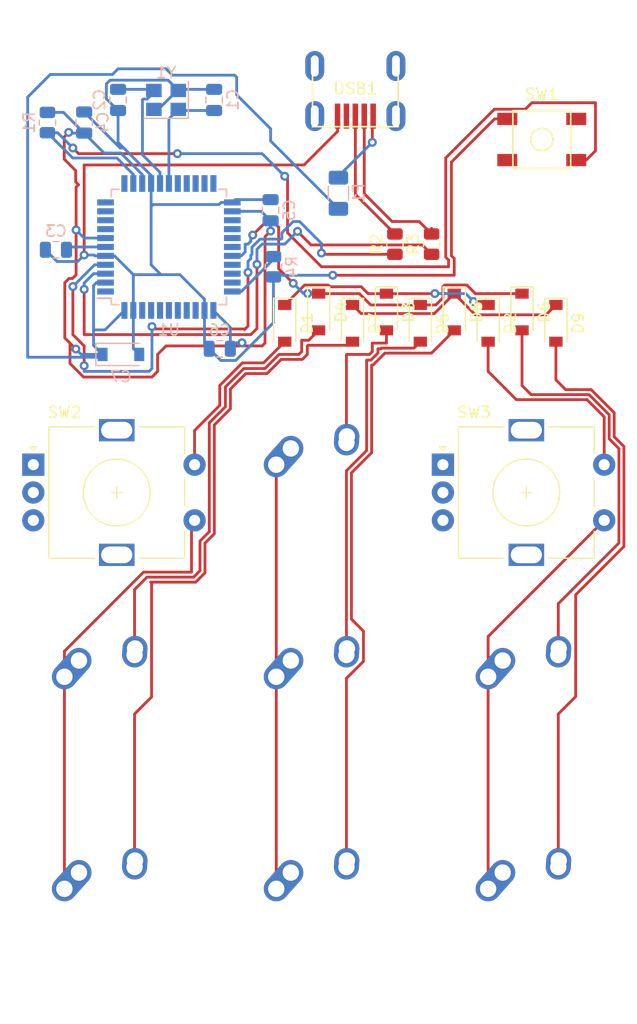
<source format=kicad_pcb>
(kicad_pcb (version 20171130) (host pcbnew "(5.1.9)-1")

  (general
    (thickness 1.6)
    (drawings 6)
    (tracks 406)
    (zones 0)
    (modules 34)
    (nets 54)
  )

  (page A4)
  (layers
    (0 F.Cu signal)
    (31 B.Cu signal)
    (32 B.Adhes user)
    (33 F.Adhes user)
    (34 B.Paste user)
    (35 F.Paste user)
    (36 B.SilkS user)
    (37 F.SilkS user)
    (38 B.Mask user)
    (39 F.Mask user)
    (40 Dwgs.User user)
    (41 Cmts.User user)
    (42 Eco1.User user)
    (43 Eco2.User user)
    (44 Edge.Cuts user)
    (45 Margin user)
    (46 B.CrtYd user)
    (47 F.CrtYd user)
    (48 B.Fab user)
    (49 F.Fab user)
  )

  (setup
    (last_trace_width 0.25)
    (trace_clearance 0.2)
    (zone_clearance 0.508)
    (zone_45_only no)
    (trace_min 0.2)
    (via_size 0.8)
    (via_drill 0.4)
    (via_min_size 0.4)
    (via_min_drill 0.3)
    (uvia_size 0.3)
    (uvia_drill 0.1)
    (uvias_allowed no)
    (uvia_min_size 0.2)
    (uvia_min_drill 0.1)
    (edge_width 0.05)
    (segment_width 0.2)
    (pcb_text_width 0.3)
    (pcb_text_size 1.5 1.5)
    (mod_edge_width 0.12)
    (mod_text_size 1 1)
    (mod_text_width 0.15)
    (pad_size 1.524 1.524)
    (pad_drill 0.762)
    (pad_to_mask_clearance 0)
    (aux_axis_origin 0 0)
    (visible_elements FFFFFF7F)
    (pcbplotparams
      (layerselection 0x010fc_ffffffff)
      (usegerberextensions false)
      (usegerberattributes true)
      (usegerberadvancedattributes true)
      (creategerberjobfile true)
      (excludeedgelayer true)
      (linewidth 0.100000)
      (plotframeref false)
      (viasonmask false)
      (mode 1)
      (useauxorigin false)
      (hpglpennumber 1)
      (hpglpenspeed 20)
      (hpglpendiameter 15.000000)
      (psnegative false)
      (psa4output false)
      (plotreference true)
      (plotvalue true)
      (plotinvisibletext false)
      (padsonsilk false)
      (subtractmaskfromsilk false)
      (outputformat 1)
      (mirror false)
      (drillshape 1)
      (scaleselection 1)
      (outputdirectory ""))
  )

  (net 0 "")
  (net 1 GND)
  (net 2 "Net-(C1-Pad1)")
  (net 3 "Net-(C2-Pad1)")
  (net 4 "Net-(C3-Pad1)")
  (net 5 +5V)
  (net 6 "Net-(D1-Pad2)")
  (net 7 ROW0)
  (net 8 "Net-(D2-Pad2)")
  (net 9 "Net-(D3-Pad2)")
  (net 10 "Net-(D4-Pad2)")
  (net 11 ROW1)
  (net 12 "Net-(D5-Pad2)")
  (net 13 "Net-(D6-Pad2)")
  (net 14 "Net-(D7-Pad2)")
  (net 15 ROW2)
  (net 16 "Net-(D8-Pad2)")
  (net 17 "Net-(D9-Pad2)")
  (net 18 VCC)
  (net 19 COL1)
  (net 20 COL0)
  (net 21 COL2)
  (net 22 "Net-(R1-Pad2)")
  (net 23 D+)
  (net 24 "Net-(R2-Pad1)")
  (net 25 D-)
  (net 26 "Net-(R3-Pad1)")
  (net 27 "Net-(R4-Pad2)")
  (net 28 "Net-(SW2-PadA)")
  (net 29 "Net-(SW2-PadB)")
  (net 30 "Net-(SW3-PadA)")
  (net 31 "Net-(SW3-PadB)")
  (net 32 "Net-(U1-Pad42)")
  (net 33 "Net-(U1-Pad41)")
  (net 34 "Net-(U1-Pad40)")
  (net 35 "Net-(U1-Pad39)")
  (net 36 "Net-(U1-Pad38)")
  (net 37 "Net-(U1-Pad37)")
  (net 38 "Net-(U1-Pad36)")
  (net 39 "Net-(U1-Pad32)")
  (net 40 "Net-(U1-Pad28)")
  (net 41 "Net-(U1-Pad22)")
  (net 42 "Net-(U1-Pad21)")
  (net 43 "Net-(U1-Pad20)")
  (net 44 "Net-(U1-Pad19)")
  (net 45 "Net-(U1-Pad18)")
  (net 46 "Net-(U1-Pad12)")
  (net 47 "Net-(U1-Pad11)")
  (net 48 "Net-(U1-Pad10)")
  (net 49 "Net-(U1-Pad9)")
  (net 50 "Net-(U1-Pad8)")
  (net 51 "Net-(U1-Pad1)")
  (net 52 "Net-(USB1-Pad6)")
  (net 53 "Net-(USB1-Pad2)")

  (net_class Default "This is the default net class."
    (clearance 0.2)
    (trace_width 0.25)
    (via_dia 0.8)
    (via_drill 0.4)
    (uvia_dia 0.3)
    (uvia_drill 0.1)
    (add_net +5V)
    (add_net COL0)
    (add_net COL1)
    (add_net COL2)
    (add_net D+)
    (add_net D-)
    (add_net GND)
    (add_net "Net-(C1-Pad1)")
    (add_net "Net-(C2-Pad1)")
    (add_net "Net-(C3-Pad1)")
    (add_net "Net-(D1-Pad2)")
    (add_net "Net-(D2-Pad2)")
    (add_net "Net-(D3-Pad2)")
    (add_net "Net-(D4-Pad2)")
    (add_net "Net-(D5-Pad2)")
    (add_net "Net-(D6-Pad2)")
    (add_net "Net-(D7-Pad2)")
    (add_net "Net-(D8-Pad2)")
    (add_net "Net-(D9-Pad2)")
    (add_net "Net-(R1-Pad2)")
    (add_net "Net-(R2-Pad1)")
    (add_net "Net-(R3-Pad1)")
    (add_net "Net-(R4-Pad2)")
    (add_net "Net-(SW2-PadA)")
    (add_net "Net-(SW2-PadB)")
    (add_net "Net-(SW3-PadA)")
    (add_net "Net-(SW3-PadB)")
    (add_net "Net-(U1-Pad1)")
    (add_net "Net-(U1-Pad10)")
    (add_net "Net-(U1-Pad11)")
    (add_net "Net-(U1-Pad12)")
    (add_net "Net-(U1-Pad18)")
    (add_net "Net-(U1-Pad19)")
    (add_net "Net-(U1-Pad20)")
    (add_net "Net-(U1-Pad21)")
    (add_net "Net-(U1-Pad22)")
    (add_net "Net-(U1-Pad28)")
    (add_net "Net-(U1-Pad32)")
    (add_net "Net-(U1-Pad36)")
    (add_net "Net-(U1-Pad37)")
    (add_net "Net-(U1-Pad38)")
    (add_net "Net-(U1-Pad39)")
    (add_net "Net-(U1-Pad40)")
    (add_net "Net-(U1-Pad41)")
    (add_net "Net-(U1-Pad42)")
    (add_net "Net-(U1-Pad8)")
    (add_net "Net-(U1-Pad9)")
    (add_net "Net-(USB1-Pad2)")
    (add_net "Net-(USB1-Pad6)")
    (add_net ROW0)
    (add_net ROW1)
    (add_net ROW2)
    (add_net VCC)
  )

  (module random-keyboard-parts:Molex-0548190589 (layer F.Cu) (tedit 5C494815) (tstamp 60873130)
    (at 224.79 47.498 270)
    (path /60887BDA)
    (attr smd)
    (fp_text reference USB1 (at 2.032 0) (layer F.SilkS)
      (effects (font (size 1 1) (thickness 0.15)))
    )
    (fp_text value Molex-0548190589 (at -5.08 0) (layer Dwgs.User)
      (effects (font (size 1 1) (thickness 0.15)))
    )
    (fp_text user %R (at 2 0) (layer F.CrtYd)
      (effects (font (size 1 1) (thickness 0.15)))
    )
    (fp_line (start -3.75 -3.85) (end -3.75 3.85) (layer Dwgs.User) (width 0.15))
    (fp_line (start -1.75 -4.572) (end -1.75 4.572) (layer Dwgs.User) (width 0.15))
    (fp_line (start -3.75 3.85) (end 0 3.85) (layer Dwgs.User) (width 0.15))
    (fp_line (start -3.75 -3.85) (end 0 -3.85) (layer Dwgs.User) (width 0.15))
    (fp_line (start 5.45 -3.85) (end 5.45 3.85) (layer F.SilkS) (width 0.15))
    (fp_line (start 0 3.85) (end 5.45 3.85) (layer F.SilkS) (width 0.15))
    (fp_line (start 0 -3.85) (end 5.45 -3.85) (layer F.SilkS) (width 0.15))
    (fp_line (start -3.75 -3.75) (end 5.5 -3.75) (layer F.CrtYd) (width 0.15))
    (fp_line (start 5.5 -3.75) (end 5.5 3.75) (layer F.CrtYd) (width 0.15))
    (fp_line (start 5.5 3.75) (end -3.75 3.75) (layer F.CrtYd) (width 0.15))
    (fp_line (start -3.75 3.75) (end -3.75 -3.75) (layer F.CrtYd) (width 0.15))
    (fp_line (start 5.5 -2) (end 3.25 -2) (layer F.CrtYd) (width 0.15))
    (fp_line (start 3.25 -2) (end 3.25 2) (layer F.CrtYd) (width 0.15))
    (fp_line (start 3.25 2) (end 5.5 2) (layer F.CrtYd) (width 0.15))
    (fp_line (start 5.5 1.25) (end 3.25 1.25) (layer F.CrtYd) (width 0.15))
    (fp_line (start 3.25 0.5) (end 5.5 0.5) (layer F.CrtYd) (width 0.15))
    (fp_line (start 5.5 -0.5) (end 3.25 -0.5) (layer F.CrtYd) (width 0.15))
    (fp_line (start 3.25 -1.25) (end 5.5 -1.25) (layer F.CrtYd) (width 0.15))
    (pad 6 thru_hole oval (at 0 -3.65 270) (size 2.7 1.7) (drill oval 1.9 0.7) (layers *.Cu *.Mask)
      (net 52 "Net-(USB1-Pad6)"))
    (pad 6 thru_hole oval (at 0 3.65 270) (size 2.7 1.7) (drill oval 1.9 0.7) (layers *.Cu *.Mask)
      (net 52 "Net-(USB1-Pad6)"))
    (pad 6 thru_hole oval (at 4.5 3.65 270) (size 2.7 1.7) (drill oval 1.9 0.7) (layers *.Cu *.Mask)
      (net 52 "Net-(USB1-Pad6)"))
    (pad 6 thru_hole oval (at 4.5 -3.65 270) (size 2.7 1.7) (drill oval 1.9 0.7) (layers *.Cu *.Mask)
      (net 52 "Net-(USB1-Pad6)"))
    (pad 5 smd rect (at 4.5 -1.6 270) (size 2.25 0.5) (layers F.Cu F.Paste F.Mask)
      (net 18 VCC))
    (pad 4 smd rect (at 4.5 -0.8 270) (size 2.25 0.5) (layers F.Cu F.Paste F.Mask)
      (net 25 D-))
    (pad 3 smd rect (at 4.5 0 270) (size 2.25 0.5) (layers F.Cu F.Paste F.Mask)
      (net 23 D+))
    (pad 2 smd rect (at 4.5 0.8 270) (size 2.25 0.5) (layers F.Cu F.Paste F.Mask)
      (net 53 "Net-(USB1-Pad2)"))
    (pad 1 smd rect (at 4.5 1.6 270) (size 2.25 0.5) (layers F.Cu F.Paste F.Mask)
      (net 1 GND))
  )

  (module Crystal:Crystal_SMD_3225-4Pin_3.2x2.5mm (layer B.Cu) (tedit 5A0FD1B2) (tstamp 60873144)
    (at 207.772 50.546 180)
    (descr "SMD Crystal SERIES SMD3225/4 http://www.txccrystal.com/images/pdf/7m-accuracy.pdf, 3.2x2.5mm^2 package")
    (tags "SMD SMT crystal")
    (path /608914B8)
    (attr smd)
    (fp_text reference Y1 (at 0 2.45) (layer B.SilkS)
      (effects (font (size 1 1) (thickness 0.15)) (justify mirror))
    )
    (fp_text value 16Mhz (at 0 -2.45) (layer B.Fab)
      (effects (font (size 1 1) (thickness 0.15)) (justify mirror))
    )
    (fp_text user %R (at 0 -20.32) (layer F.Fab)
      (effects (font (size 0.7 0.7) (thickness 0.105)))
    )
    (fp_line (start -1.6 1.25) (end -1.6 -1.25) (layer B.Fab) (width 0.1))
    (fp_line (start -1.6 -1.25) (end 1.6 -1.25) (layer B.Fab) (width 0.1))
    (fp_line (start 1.6 -1.25) (end 1.6 1.25) (layer B.Fab) (width 0.1))
    (fp_line (start 1.6 1.25) (end -1.6 1.25) (layer B.Fab) (width 0.1))
    (fp_line (start -1.6 -0.25) (end -0.6 -1.25) (layer B.Fab) (width 0.1))
    (fp_line (start -2 1.65) (end -2 -1.65) (layer B.SilkS) (width 0.12))
    (fp_line (start -2 -1.65) (end 2 -1.65) (layer B.SilkS) (width 0.12))
    (fp_line (start -2.1 1.7) (end -2.1 -1.7) (layer B.CrtYd) (width 0.05))
    (fp_line (start -2.1 -1.7) (end 2.1 -1.7) (layer B.CrtYd) (width 0.05))
    (fp_line (start 2.1 -1.7) (end 2.1 1.7) (layer B.CrtYd) (width 0.05))
    (fp_line (start 2.1 1.7) (end -2.1 1.7) (layer B.CrtYd) (width 0.05))
    (pad 4 smd rect (at -1.1 0.85 180) (size 1.4 1.2) (layers B.Cu B.Paste B.Mask)
      (net 1 GND))
    (pad 3 smd rect (at 1.1 0.85 180) (size 1.4 1.2) (layers B.Cu B.Paste B.Mask)
      (net 3 "Net-(C2-Pad1)"))
    (pad 2 smd rect (at 1.1 -0.85 180) (size 1.4 1.2) (layers B.Cu B.Paste B.Mask)
      (net 1 GND))
    (pad 1 smd rect (at -1.1 -0.85 180) (size 1.4 1.2) (layers B.Cu B.Paste B.Mask)
      (net 2 "Net-(C1-Pad1)"))
    (model ${KISYS3DMOD}/Crystal.3dshapes/Crystal_SMD_3225-4Pin_3.2x2.5mm.wrl
      (at (xyz 0 0 0))
      (scale (xyz 1 1 1))
      (rotate (xyz 0 0 0))
    )
  )

  (module Package_QFP:TQFP-44_10x10mm_P0.8mm (layer B.Cu) (tedit 5A02F146) (tstamp 60873110)
    (at 208.026 63.754)
    (descr "44-Lead Plastic Thin Quad Flatpack (PT) - 10x10x1.0 mm Body [TQFP] (see Microchip Packaging Specification 00000049BS.pdf)")
    (tags "QFP 0.8")
    (path /60867970)
    (attr smd)
    (fp_text reference U1 (at 0 7.45 -180) (layer B.SilkS)
      (effects (font (size 1 1) (thickness 0.15)) (justify mirror))
    )
    (fp_text value ATmega32U4-AU (at 0 -7.45 -180) (layer B.Fab)
      (effects (font (size 1 1) (thickness 0.15)) (justify mirror))
    )
    (fp_text user %R (at 0 0 -180) (layer B.Fab)
      (effects (font (size 1 1) (thickness 0.15)) (justify mirror))
    )
    (fp_line (start -4 5) (end 5 5) (layer B.Fab) (width 0.15))
    (fp_line (start 5 5) (end 5 -5) (layer B.Fab) (width 0.15))
    (fp_line (start 5 -5) (end -5 -5) (layer B.Fab) (width 0.15))
    (fp_line (start -5 -5) (end -5 4) (layer B.Fab) (width 0.15))
    (fp_line (start -5 4) (end -4 5) (layer B.Fab) (width 0.15))
    (fp_line (start -6.7 6.7) (end -6.7 -6.7) (layer B.CrtYd) (width 0.05))
    (fp_line (start 6.7 6.7) (end 6.7 -6.7) (layer B.CrtYd) (width 0.05))
    (fp_line (start -6.7 6.7) (end 6.7 6.7) (layer B.CrtYd) (width 0.05))
    (fp_line (start -6.7 -6.7) (end 6.7 -6.7) (layer B.CrtYd) (width 0.05))
    (fp_line (start -5.175 5.175) (end -5.175 4.6) (layer B.SilkS) (width 0.15))
    (fp_line (start 5.175 5.175) (end 5.175 4.5) (layer B.SilkS) (width 0.15))
    (fp_line (start 5.175 -5.175) (end 5.175 -4.5) (layer B.SilkS) (width 0.15))
    (fp_line (start -5.175 -5.175) (end -5.175 -4.5) (layer B.SilkS) (width 0.15))
    (fp_line (start -5.175 5.175) (end -4.5 5.175) (layer B.SilkS) (width 0.15))
    (fp_line (start -5.175 -5.175) (end -4.5 -5.175) (layer B.SilkS) (width 0.15))
    (fp_line (start 5.175 -5.175) (end 4.5 -5.175) (layer B.SilkS) (width 0.15))
    (fp_line (start 5.175 5.175) (end 4.5 5.175) (layer B.SilkS) (width 0.15))
    (fp_line (start -5.175 4.6) (end -6.45 4.6) (layer B.SilkS) (width 0.15))
    (pad 44 smd rect (at -4 5.7 270) (size 1.5 0.55) (layers B.Cu B.Paste B.Mask)
      (net 5 +5V))
    (pad 43 smd rect (at -3.2 5.7 270) (size 1.5 0.55) (layers B.Cu B.Paste B.Mask)
      (net 1 GND))
    (pad 42 smd rect (at -2.4 5.7 270) (size 1.5 0.55) (layers B.Cu B.Paste B.Mask)
      (net 32 "Net-(U1-Pad42)"))
    (pad 41 smd rect (at -1.6 5.7 270) (size 1.5 0.55) (layers B.Cu B.Paste B.Mask)
      (net 33 "Net-(U1-Pad41)"))
    (pad 40 smd rect (at -0.8 5.7 270) (size 1.5 0.55) (layers B.Cu B.Paste B.Mask)
      (net 34 "Net-(U1-Pad40)"))
    (pad 39 smd rect (at 0 5.7 270) (size 1.5 0.55) (layers B.Cu B.Paste B.Mask)
      (net 35 "Net-(U1-Pad39)"))
    (pad 38 smd rect (at 0.8 5.7 270) (size 1.5 0.55) (layers B.Cu B.Paste B.Mask)
      (net 36 "Net-(U1-Pad38)"))
    (pad 37 smd rect (at 1.6 5.7 270) (size 1.5 0.55) (layers B.Cu B.Paste B.Mask)
      (net 37 "Net-(U1-Pad37)"))
    (pad 36 smd rect (at 2.4 5.7 270) (size 1.5 0.55) (layers B.Cu B.Paste B.Mask)
      (net 38 "Net-(U1-Pad36)"))
    (pad 35 smd rect (at 3.2 5.7 270) (size 1.5 0.55) (layers B.Cu B.Paste B.Mask)
      (net 1 GND))
    (pad 34 smd rect (at 4 5.7 270) (size 1.5 0.55) (layers B.Cu B.Paste B.Mask)
      (net 5 +5V))
    (pad 33 smd rect (at 5.7 4) (size 1.5 0.55) (layers B.Cu B.Paste B.Mask)
      (net 27 "Net-(R4-Pad2)"))
    (pad 32 smd rect (at 5.7 3.2) (size 1.5 0.55) (layers B.Cu B.Paste B.Mask)
      (net 39 "Net-(U1-Pad32)"))
    (pad 31 smd rect (at 5.7 2.4) (size 1.5 0.55) (layers B.Cu B.Paste B.Mask)
      (net 7 ROW0))
    (pad 30 smd rect (at 5.7 1.6) (size 1.5 0.55) (layers B.Cu B.Paste B.Mask)
      (net 15 ROW2))
    (pad 29 smd rect (at 5.7 0.8) (size 1.5 0.55) (layers B.Cu B.Paste B.Mask)
      (net 11 ROW1))
    (pad 28 smd rect (at 5.7 0) (size 1.5 0.55) (layers B.Cu B.Paste B.Mask)
      (net 40 "Net-(U1-Pad28)"))
    (pad 27 smd rect (at 5.7 -0.8) (size 1.5 0.55) (layers B.Cu B.Paste B.Mask)
      (net 21 COL2))
    (pad 26 smd rect (at 5.7 -1.6) (size 1.5 0.55) (layers B.Cu B.Paste B.Mask)
      (net 19 COL1))
    (pad 25 smd rect (at 5.7 -2.4) (size 1.5 0.55) (layers B.Cu B.Paste B.Mask)
      (net 20 COL0))
    (pad 24 smd rect (at 5.7 -3.2) (size 1.5 0.55) (layers B.Cu B.Paste B.Mask)
      (net 5 +5V))
    (pad 23 smd rect (at 5.7 -4) (size 1.5 0.55) (layers B.Cu B.Paste B.Mask)
      (net 1 GND))
    (pad 22 smd rect (at 4 -5.7 270) (size 1.5 0.55) (layers B.Cu B.Paste B.Mask)
      (net 41 "Net-(U1-Pad22)"))
    (pad 21 smd rect (at 3.2 -5.7 270) (size 1.5 0.55) (layers B.Cu B.Paste B.Mask)
      (net 42 "Net-(U1-Pad21)"))
    (pad 20 smd rect (at 2.4 -5.7 270) (size 1.5 0.55) (layers B.Cu B.Paste B.Mask)
      (net 43 "Net-(U1-Pad20)"))
    (pad 19 smd rect (at 1.6 -5.7 270) (size 1.5 0.55) (layers B.Cu B.Paste B.Mask)
      (net 44 "Net-(U1-Pad19)"))
    (pad 18 smd rect (at 0.8 -5.7 270) (size 1.5 0.55) (layers B.Cu B.Paste B.Mask)
      (net 45 "Net-(U1-Pad18)"))
    (pad 17 smd rect (at 0 -5.7 270) (size 1.5 0.55) (layers B.Cu B.Paste B.Mask)
      (net 2 "Net-(C1-Pad1)"))
    (pad 16 smd rect (at -0.8 -5.7 270) (size 1.5 0.55) (layers B.Cu B.Paste B.Mask)
      (net 3 "Net-(C2-Pad1)"))
    (pad 15 smd rect (at -1.6 -5.7 270) (size 1.5 0.55) (layers B.Cu B.Paste B.Mask)
      (net 1 GND))
    (pad 14 smd rect (at -2.4 -5.7 270) (size 1.5 0.55) (layers B.Cu B.Paste B.Mask)
      (net 5 +5V))
    (pad 13 smd rect (at -3.2 -5.7 270) (size 1.5 0.55) (layers B.Cu B.Paste B.Mask)
      (net 22 "Net-(R1-Pad2)"))
    (pad 12 smd rect (at -4 -5.7 270) (size 1.5 0.55) (layers B.Cu B.Paste B.Mask)
      (net 46 "Net-(U1-Pad12)"))
    (pad 11 smd rect (at -5.7 -4) (size 1.5 0.55) (layers B.Cu B.Paste B.Mask)
      (net 47 "Net-(U1-Pad11)"))
    (pad 10 smd rect (at -5.7 -3.2) (size 1.5 0.55) (layers B.Cu B.Paste B.Mask)
      (net 48 "Net-(U1-Pad10)"))
    (pad 9 smd rect (at -5.7 -2.4) (size 1.5 0.55) (layers B.Cu B.Paste B.Mask)
      (net 49 "Net-(U1-Pad9)"))
    (pad 8 smd rect (at -5.7 -1.6) (size 1.5 0.55) (layers B.Cu B.Paste B.Mask)
      (net 50 "Net-(U1-Pad8)"))
    (pad 7 smd rect (at -5.7 -0.8) (size 1.5 0.55) (layers B.Cu B.Paste B.Mask)
      (net 5 +5V))
    (pad 6 smd rect (at -5.7 0) (size 1.5 0.55) (layers B.Cu B.Paste B.Mask)
      (net 4 "Net-(C3-Pad1)"))
    (pad 5 smd rect (at -5.7 0.8) (size 1.5 0.55) (layers B.Cu B.Paste B.Mask)
      (net 1 GND))
    (pad 4 smd rect (at -5.7 1.6) (size 1.5 0.55) (layers B.Cu B.Paste B.Mask)
      (net 24 "Net-(R2-Pad1)"))
    (pad 3 smd rect (at -5.7 2.4) (size 1.5 0.55) (layers B.Cu B.Paste B.Mask)
      (net 26 "Net-(R3-Pad1)"))
    (pad 2 smd rect (at -5.7 3.2) (size 1.5 0.55) (layers B.Cu B.Paste B.Mask)
      (net 5 +5V))
    (pad 1 smd rect (at -5.7 4) (size 1.5 0.55) (layers B.Cu B.Paste B.Mask)
      (net 51 "Net-(U1-Pad1)"))
    (model ${KISYS3DMOD}/Package_QFP.3dshapes/TQFP-44_10x10mm_P0.8mm.wrl
      (at (xyz 0 0 0))
      (scale (xyz 1 1 1))
      (rotate (xyz 0 0 0))
    )
  )

  (module Rotary_Encoder:RotaryEncoder_Alps_EC11E-Switch_Vertical_H20mm (layer F.Cu) (tedit 5A74C8CB) (tstamp 608730CD)
    (at 232.664 83.312)
    (descr "Alps rotary encoder, EC12E... with switch, vertical shaft, http://www.alps.com/prod/info/E/HTML/Encoder/Incremental/EC11/EC11E15204A3.html")
    (tags "rotary encoder")
    (path /608BC038)
    (fp_text reference SW3 (at 2.8 -4.7) (layer F.SilkS)
      (effects (font (size 1 1) (thickness 0.15)))
    )
    (fp_text value Rotary_Encoder_Switch (at 7.5 10.4) (layer F.Fab)
      (effects (font (size 1 1) (thickness 0.15)))
    )
    (fp_text user %R (at 11.1 6.3) (layer F.Fab)
      (effects (font (size 1 1) (thickness 0.15)))
    )
    (fp_line (start 7 2.5) (end 8 2.5) (layer F.SilkS) (width 0.12))
    (fp_line (start 7.5 2) (end 7.5 3) (layer F.SilkS) (width 0.12))
    (fp_line (start 13.6 6) (end 13.6 8.4) (layer F.SilkS) (width 0.12))
    (fp_line (start 13.6 1.2) (end 13.6 3.8) (layer F.SilkS) (width 0.12))
    (fp_line (start 13.6 -3.4) (end 13.6 -1) (layer F.SilkS) (width 0.12))
    (fp_line (start 4.5 2.5) (end 10.5 2.5) (layer F.Fab) (width 0.12))
    (fp_line (start 7.5 -0.5) (end 7.5 5.5) (layer F.Fab) (width 0.12))
    (fp_line (start 0.3 -1.6) (end 0 -1.3) (layer F.SilkS) (width 0.12))
    (fp_line (start -0.3 -1.6) (end 0.3 -1.6) (layer F.SilkS) (width 0.12))
    (fp_line (start 0 -1.3) (end -0.3 -1.6) (layer F.SilkS) (width 0.12))
    (fp_line (start 1.4 -3.4) (end 1.4 8.4) (layer F.SilkS) (width 0.12))
    (fp_line (start 5.5 -3.4) (end 1.4 -3.4) (layer F.SilkS) (width 0.12))
    (fp_line (start 5.5 8.4) (end 1.4 8.4) (layer F.SilkS) (width 0.12))
    (fp_line (start 13.6 8.4) (end 9.5 8.4) (layer F.SilkS) (width 0.12))
    (fp_line (start 9.5 -3.4) (end 13.6 -3.4) (layer F.SilkS) (width 0.12))
    (fp_line (start 1.5 -2.2) (end 2.5 -3.3) (layer F.Fab) (width 0.12))
    (fp_line (start 1.5 8.3) (end 1.5 -2.2) (layer F.Fab) (width 0.12))
    (fp_line (start 13.5 8.3) (end 1.5 8.3) (layer F.Fab) (width 0.12))
    (fp_line (start 13.5 -3.3) (end 13.5 8.3) (layer F.Fab) (width 0.12))
    (fp_line (start 2.5 -3.3) (end 13.5 -3.3) (layer F.Fab) (width 0.12))
    (fp_line (start -1.5 -4.6) (end 16 -4.6) (layer F.CrtYd) (width 0.05))
    (fp_line (start -1.5 -4.6) (end -1.5 9.6) (layer F.CrtYd) (width 0.05))
    (fp_line (start 16 9.6) (end 16 -4.6) (layer F.CrtYd) (width 0.05))
    (fp_line (start 16 9.6) (end -1.5 9.6) (layer F.CrtYd) (width 0.05))
    (fp_circle (center 7.5 2.5) (end 10.5 2.5) (layer F.SilkS) (width 0.12))
    (fp_circle (center 7.5 2.5) (end 10.5 2.5) (layer F.Fab) (width 0.12))
    (pad A thru_hole rect (at 0 0) (size 2 2) (drill 1) (layers *.Cu *.Mask)
      (net 30 "Net-(SW3-PadA)"))
    (pad C thru_hole circle (at 0 2.5) (size 2 2) (drill 1) (layers *.Cu *.Mask)
      (net 1 GND))
    (pad B thru_hole circle (at 0 5) (size 2 2) (drill 1) (layers *.Cu *.Mask)
      (net 31 "Net-(SW3-PadB)"))
    (pad MP thru_hole rect (at 7.5 -3.1) (size 3.2 2) (drill oval 2.8 1.5) (layers *.Cu *.Mask))
    (pad MP thru_hole rect (at 7.5 8.1) (size 3.2 2) (drill oval 2.8 1.5) (layers *.Cu *.Mask))
    (pad S2 thru_hole circle (at 14.5 0) (size 2 2) (drill 1) (layers *.Cu *.Mask)
      (net 8 "Net-(D2-Pad2)"))
    (pad S1 thru_hole circle (at 14.5 5) (size 2 2) (drill 1) (layers *.Cu *.Mask)
      (net 21 COL2))
    (model ${KISYS3DMOD}/Rotary_Encoder.3dshapes/RotaryEncoder_Alps_EC11E-Switch_Vertical_H20mm.wrl
      (at (xyz 0 0 0))
      (scale (xyz 1 1 1))
      (rotate (xyz 0 0 0))
    )
  )

  (module Rotary_Encoder:RotaryEncoder_Alps_EC11E-Switch_Vertical_H20mm (layer F.Cu) (tedit 5A74C8CB) (tstamp 608734F7)
    (at 195.834 83.312)
    (descr "Alps rotary encoder, EC12E... with switch, vertical shaft, http://www.alps.com/prod/info/E/HTML/Encoder/Incremental/EC11/EC11E15204A3.html")
    (tags "rotary encoder")
    (path /608BA44F)
    (fp_text reference SW2 (at 2.8 -4.7) (layer F.SilkS)
      (effects (font (size 1 1) (thickness 0.15)))
    )
    (fp_text value Rotary_Encoder_Switch (at 7.5 10.4) (layer F.Fab)
      (effects (font (size 1 1) (thickness 0.15)))
    )
    (fp_text user %R (at 11.1 6.3) (layer F.Fab)
      (effects (font (size 1 1) (thickness 0.15)))
    )
    (fp_line (start 7 2.5) (end 8 2.5) (layer F.SilkS) (width 0.12))
    (fp_line (start 7.5 2) (end 7.5 3) (layer F.SilkS) (width 0.12))
    (fp_line (start 13.6 6) (end 13.6 8.4) (layer F.SilkS) (width 0.12))
    (fp_line (start 13.6 1.2) (end 13.6 3.8) (layer F.SilkS) (width 0.12))
    (fp_line (start 13.6 -3.4) (end 13.6 -1) (layer F.SilkS) (width 0.12))
    (fp_line (start 4.5 2.5) (end 10.5 2.5) (layer F.Fab) (width 0.12))
    (fp_line (start 7.5 -0.5) (end 7.5 5.5) (layer F.Fab) (width 0.12))
    (fp_line (start 0.3 -1.6) (end 0 -1.3) (layer F.SilkS) (width 0.12))
    (fp_line (start -0.3 -1.6) (end 0.3 -1.6) (layer F.SilkS) (width 0.12))
    (fp_line (start 0 -1.3) (end -0.3 -1.6) (layer F.SilkS) (width 0.12))
    (fp_line (start 1.4 -3.4) (end 1.4 8.4) (layer F.SilkS) (width 0.12))
    (fp_line (start 5.5 -3.4) (end 1.4 -3.4) (layer F.SilkS) (width 0.12))
    (fp_line (start 5.5 8.4) (end 1.4 8.4) (layer F.SilkS) (width 0.12))
    (fp_line (start 13.6 8.4) (end 9.5 8.4) (layer F.SilkS) (width 0.12))
    (fp_line (start 9.5 -3.4) (end 13.6 -3.4) (layer F.SilkS) (width 0.12))
    (fp_line (start 1.5 -2.2) (end 2.5 -3.3) (layer F.Fab) (width 0.12))
    (fp_line (start 1.5 8.3) (end 1.5 -2.2) (layer F.Fab) (width 0.12))
    (fp_line (start 13.5 8.3) (end 1.5 8.3) (layer F.Fab) (width 0.12))
    (fp_line (start 13.5 -3.3) (end 13.5 8.3) (layer F.Fab) (width 0.12))
    (fp_line (start 2.5 -3.3) (end 13.5 -3.3) (layer F.Fab) (width 0.12))
    (fp_line (start -1.5 -4.6) (end 16 -4.6) (layer F.CrtYd) (width 0.05))
    (fp_line (start -1.5 -4.6) (end -1.5 9.6) (layer F.CrtYd) (width 0.05))
    (fp_line (start 16 9.6) (end 16 -4.6) (layer F.CrtYd) (width 0.05))
    (fp_line (start 16 9.6) (end -1.5 9.6) (layer F.CrtYd) (width 0.05))
    (fp_circle (center 7.5 2.5) (end 10.5 2.5) (layer F.SilkS) (width 0.12))
    (fp_circle (center 7.5 2.5) (end 10.5 2.5) (layer F.Fab) (width 0.12))
    (pad A thru_hole rect (at 0 0) (size 2 2) (drill 1) (layers *.Cu *.Mask)
      (net 28 "Net-(SW2-PadA)"))
    (pad C thru_hole circle (at 0 2.5) (size 2 2) (drill 1) (layers *.Cu *.Mask)
      (net 1 GND))
    (pad B thru_hole circle (at 0 5) (size 2 2) (drill 1) (layers *.Cu *.Mask)
      (net 29 "Net-(SW2-PadB)"))
    (pad MP thru_hole rect (at 7.5 -3.1) (size 3.2 2) (drill oval 2.8 1.5) (layers *.Cu *.Mask))
    (pad MP thru_hole rect (at 7.5 8.1) (size 3.2 2) (drill oval 2.8 1.5) (layers *.Cu *.Mask))
    (pad S2 thru_hole circle (at 14.5 0) (size 2 2) (drill 1) (layers *.Cu *.Mask)
      (net 6 "Net-(D1-Pad2)"))
    (pad S1 thru_hole circle (at 14.5 5) (size 2 2) (drill 1) (layers *.Cu *.Mask)
      (net 20 COL0))
    (model ${KISYS3DMOD}/Rotary_Encoder.3dshapes/RotaryEncoder_Alps_EC11E-Switch_Vertical_H20mm.wrl
      (at (xyz 0 0 0))
      (scale (xyz 1 1 1))
      (rotate (xyz 0 0 0))
    )
  )

  (module random-keyboard-parts:SKQG-1155865 (layer F.Cu) (tedit 5E62B398) (tstamp 60873081)
    (at 241.554 54.102 180)
    (path /6088F11C)
    (attr smd)
    (fp_text reference SW1 (at 0 4.064) (layer F.SilkS)
      (effects (font (size 1 1) (thickness 0.15)))
    )
    (fp_text value SW_Push (at 0 -4.064) (layer F.Fab)
      (effects (font (size 1 1) (thickness 0.15)))
    )
    (fp_line (start -2.6 1.1) (end -1.1 2.6) (layer F.Fab) (width 0.15))
    (fp_line (start 2.6 1.1) (end 1.1 2.6) (layer F.Fab) (width 0.15))
    (fp_line (start 2.6 -1.1) (end 1.1 -2.6) (layer F.Fab) (width 0.15))
    (fp_line (start -2.6 -1.1) (end -1.1 -2.6) (layer F.Fab) (width 0.15))
    (fp_circle (center 0 0) (end 1 0) (layer F.Fab) (width 0.15))
    (fp_line (start -4.2 -1.1) (end -4.2 -2.6) (layer F.Fab) (width 0.15))
    (fp_line (start -2.6 -1.1) (end -4.2 -1.1) (layer F.Fab) (width 0.15))
    (fp_line (start -2.6 1.1) (end -2.6 -1.1) (layer F.Fab) (width 0.15))
    (fp_line (start -4.2 1.1) (end -2.6 1.1) (layer F.Fab) (width 0.15))
    (fp_line (start -4.2 2.6) (end -4.2 1.1) (layer F.Fab) (width 0.15))
    (fp_line (start 4.2 2.6) (end -4.2 2.6) (layer F.Fab) (width 0.15))
    (fp_line (start 4.2 1.1) (end 4.2 2.6) (layer F.Fab) (width 0.15))
    (fp_line (start 2.6 1.1) (end 4.2 1.1) (layer F.Fab) (width 0.15))
    (fp_line (start 2.6 -1.1) (end 2.6 1.1) (layer F.Fab) (width 0.15))
    (fp_line (start 4.2 -1.1) (end 2.6 -1.1) (layer F.Fab) (width 0.15))
    (fp_line (start 4.2 -2.6) (end 4.2 -1.2) (layer F.Fab) (width 0.15))
    (fp_line (start -4.2 -2.6) (end 4.2 -2.6) (layer F.Fab) (width 0.15))
    (fp_circle (center 0 0) (end 1 0) (layer F.SilkS) (width 0.15))
    (fp_line (start -2.6 2.6) (end -2.6 -2.6) (layer F.SilkS) (width 0.15))
    (fp_line (start 2.6 2.6) (end -2.6 2.6) (layer F.SilkS) (width 0.15))
    (fp_line (start 2.6 -2.6) (end 2.6 2.6) (layer F.SilkS) (width 0.15))
    (fp_line (start -2.6 -2.6) (end 2.6 -2.6) (layer F.SilkS) (width 0.15))
    (pad 4 smd rect (at -3.1 1.85 180) (size 1.8 1.1) (layers F.Cu F.Paste F.Mask))
    (pad 3 smd rect (at 3.1 -1.85 180) (size 1.8 1.1) (layers F.Cu F.Paste F.Mask))
    (pad 2 smd rect (at -3.1 -1.85 180) (size 1.8 1.1) (layers F.Cu F.Paste F.Mask)
      (net 22 "Net-(R1-Pad2)"))
    (pad 1 smd rect (at 3.1 1.85 180) (size 1.8 1.1) (layers F.Cu F.Paste F.Mask)
      (net 1 GND))
    (model ${KISYS3DMOD}/Button_Switch_SMD.3dshapes/SW_SPST_TL3342.step
      (at (xyz 0 0 0))
      (scale (xyz 1 1 1))
      (rotate (xyz 0 0 0))
    )
  )

  (module Resistor_SMD:R_0805_2012Metric (layer B.Cu) (tedit 5F68FEEE) (tstamp 60873063)
    (at 217.424 65.532 90)
    (descr "Resistor SMD 0805 (2012 Metric), square (rectangular) end terminal, IPC_7351 nominal, (Body size source: IPC-SM-782 page 72, https://www.pcb-3d.com/wordpress/wp-content/uploads/ipc-sm-782a_amendment_1_and_2.pdf), generated with kicad-footprint-generator")
    (tags resistor)
    (path /6086A68B)
    (attr smd)
    (fp_text reference R4 (at 0 1.65 270) (layer B.SilkS)
      (effects (font (size 1 1) (thickness 0.15)) (justify mirror))
    )
    (fp_text value 10K (at 0 -1.65 270) (layer B.Fab)
      (effects (font (size 1 1) (thickness 0.15)) (justify mirror))
    )
    (fp_text user %R (at 0 0 270) (layer B.Fab)
      (effects (font (size 0.5 0.5) (thickness 0.08)) (justify mirror))
    )
    (fp_line (start -1 -0.625) (end -1 0.625) (layer B.Fab) (width 0.1))
    (fp_line (start -1 0.625) (end 1 0.625) (layer B.Fab) (width 0.1))
    (fp_line (start 1 0.625) (end 1 -0.625) (layer B.Fab) (width 0.1))
    (fp_line (start 1 -0.625) (end -1 -0.625) (layer B.Fab) (width 0.1))
    (fp_line (start -0.227064 0.735) (end 0.227064 0.735) (layer B.SilkS) (width 0.12))
    (fp_line (start -0.227064 -0.735) (end 0.227064 -0.735) (layer B.SilkS) (width 0.12))
    (fp_line (start -1.68 -0.95) (end -1.68 0.95) (layer B.CrtYd) (width 0.05))
    (fp_line (start -1.68 0.95) (end 1.68 0.95) (layer B.CrtYd) (width 0.05))
    (fp_line (start 1.68 0.95) (end 1.68 -0.95) (layer B.CrtYd) (width 0.05))
    (fp_line (start 1.68 -0.95) (end -1.68 -0.95) (layer B.CrtYd) (width 0.05))
    (pad 2 smd roundrect (at 0.9125 0 90) (size 1.025 1.4) (layers B.Cu B.Paste B.Mask) (roundrect_rratio 0.243902)
      (net 27 "Net-(R4-Pad2)"))
    (pad 1 smd roundrect (at -0.9125 0 90) (size 1.025 1.4) (layers B.Cu B.Paste B.Mask) (roundrect_rratio 0.243902)
      (net 1 GND))
    (model ${KISYS3DMOD}/Resistor_SMD.3dshapes/R_0805_2012Metric.wrl
      (at (xyz 0 0 0))
      (scale (xyz 1 1 1))
      (rotate (xyz 0 0 0))
    )
  )

  (module Resistor_SMD:R_0805_2012Metric (layer F.Cu) (tedit 5F68FEEE) (tstamp 60873052)
    (at 231.648 63.5 90)
    (descr "Resistor SMD 0805 (2012 Metric), square (rectangular) end terminal, IPC_7351 nominal, (Body size source: IPC-SM-782 page 72, https://www.pcb-3d.com/wordpress/wp-content/uploads/ipc-sm-782a_amendment_1_and_2.pdf), generated with kicad-footprint-generator")
    (tags resistor)
    (path /6086CE58)
    (attr smd)
    (fp_text reference R3 (at 0 -1.65 90) (layer F.SilkS)
      (effects (font (size 1 1) (thickness 0.15)))
    )
    (fp_text value 22 (at 0 1.65 90) (layer F.Fab)
      (effects (font (size 1 1) (thickness 0.15)))
    )
    (fp_text user %R (at 0 0 90) (layer F.Fab)
      (effects (font (size 0.5 0.5) (thickness 0.08)))
    )
    (fp_line (start -1 0.625) (end -1 -0.625) (layer F.Fab) (width 0.1))
    (fp_line (start -1 -0.625) (end 1 -0.625) (layer F.Fab) (width 0.1))
    (fp_line (start 1 -0.625) (end 1 0.625) (layer F.Fab) (width 0.1))
    (fp_line (start 1 0.625) (end -1 0.625) (layer F.Fab) (width 0.1))
    (fp_line (start -0.227064 -0.735) (end 0.227064 -0.735) (layer F.SilkS) (width 0.12))
    (fp_line (start -0.227064 0.735) (end 0.227064 0.735) (layer F.SilkS) (width 0.12))
    (fp_line (start -1.68 0.95) (end -1.68 -0.95) (layer F.CrtYd) (width 0.05))
    (fp_line (start -1.68 -0.95) (end 1.68 -0.95) (layer F.CrtYd) (width 0.05))
    (fp_line (start 1.68 -0.95) (end 1.68 0.95) (layer F.CrtYd) (width 0.05))
    (fp_line (start 1.68 0.95) (end -1.68 0.95) (layer F.CrtYd) (width 0.05))
    (pad 2 smd roundrect (at 0.9125 0 90) (size 1.025 1.4) (layers F.Cu F.Paste F.Mask) (roundrect_rratio 0.243902)
      (net 25 D-))
    (pad 1 smd roundrect (at -0.9125 0 90) (size 1.025 1.4) (layers F.Cu F.Paste F.Mask) (roundrect_rratio 0.243902)
      (net 26 "Net-(R3-Pad1)"))
    (model ${KISYS3DMOD}/Resistor_SMD.3dshapes/R_0805_2012Metric.wrl
      (at (xyz 0 0 0))
      (scale (xyz 1 1 1))
      (rotate (xyz 0 0 0))
    )
  )

  (module Resistor_SMD:R_0805_2012Metric (layer F.Cu) (tedit 5F68FEEE) (tstamp 60873041)
    (at 228.346 63.5 90)
    (descr "Resistor SMD 0805 (2012 Metric), square (rectangular) end terminal, IPC_7351 nominal, (Body size source: IPC-SM-782 page 72, https://www.pcb-3d.com/wordpress/wp-content/uploads/ipc-sm-782a_amendment_1_and_2.pdf), generated with kicad-footprint-generator")
    (tags resistor)
    (path /6086C2AC)
    (attr smd)
    (fp_text reference R2 (at 0 -1.65 90) (layer F.SilkS)
      (effects (font (size 1 1) (thickness 0.15)))
    )
    (fp_text value 22 (at 0 1.65 90) (layer F.Fab)
      (effects (font (size 1 1) (thickness 0.15)))
    )
    (fp_text user %R (at 0 0 90) (layer F.Fab)
      (effects (font (size 0.5 0.5) (thickness 0.08)))
    )
    (fp_line (start -1 0.625) (end -1 -0.625) (layer F.Fab) (width 0.1))
    (fp_line (start -1 -0.625) (end 1 -0.625) (layer F.Fab) (width 0.1))
    (fp_line (start 1 -0.625) (end 1 0.625) (layer F.Fab) (width 0.1))
    (fp_line (start 1 0.625) (end -1 0.625) (layer F.Fab) (width 0.1))
    (fp_line (start -0.227064 -0.735) (end 0.227064 -0.735) (layer F.SilkS) (width 0.12))
    (fp_line (start -0.227064 0.735) (end 0.227064 0.735) (layer F.SilkS) (width 0.12))
    (fp_line (start -1.68 0.95) (end -1.68 -0.95) (layer F.CrtYd) (width 0.05))
    (fp_line (start -1.68 -0.95) (end 1.68 -0.95) (layer F.CrtYd) (width 0.05))
    (fp_line (start 1.68 -0.95) (end 1.68 0.95) (layer F.CrtYd) (width 0.05))
    (fp_line (start 1.68 0.95) (end -1.68 0.95) (layer F.CrtYd) (width 0.05))
    (pad 2 smd roundrect (at 0.9125 0 90) (size 1.025 1.4) (layers F.Cu F.Paste F.Mask) (roundrect_rratio 0.243902)
      (net 23 D+))
    (pad 1 smd roundrect (at -0.9125 0 90) (size 1.025 1.4) (layers F.Cu F.Paste F.Mask) (roundrect_rratio 0.243902)
      (net 24 "Net-(R2-Pad1)"))
    (model ${KISYS3DMOD}/Resistor_SMD.3dshapes/R_0805_2012Metric.wrl
      (at (xyz 0 0 0))
      (scale (xyz 1 1 1))
      (rotate (xyz 0 0 0))
    )
  )

  (module Resistor_SMD:R_0805_2012Metric (layer B.Cu) (tedit 5F68FEEE) (tstamp 60873030)
    (at 197.104 52.578 270)
    (descr "Resistor SMD 0805 (2012 Metric), square (rectangular) end terminal, IPC_7351 nominal, (Body size source: IPC-SM-782 page 72, https://www.pcb-3d.com/wordpress/wp-content/uploads/ipc-sm-782a_amendment_1_and_2.pdf), generated with kicad-footprint-generator")
    (tags resistor)
    (path /6088CB38)
    (attr smd)
    (fp_text reference R1 (at 0 1.65 90) (layer B.SilkS)
      (effects (font (size 1 1) (thickness 0.15)) (justify mirror))
    )
    (fp_text value 10k (at 0 -1.65 90) (layer B.Fab)
      (effects (font (size 1 1) (thickness 0.15)) (justify mirror))
    )
    (fp_text user %R (at 0 0 90) (layer B.Fab)
      (effects (font (size 0.5 0.5) (thickness 0.08)) (justify mirror))
    )
    (fp_line (start -1 -0.625) (end -1 0.625) (layer B.Fab) (width 0.1))
    (fp_line (start -1 0.625) (end 1 0.625) (layer B.Fab) (width 0.1))
    (fp_line (start 1 0.625) (end 1 -0.625) (layer B.Fab) (width 0.1))
    (fp_line (start 1 -0.625) (end -1 -0.625) (layer B.Fab) (width 0.1))
    (fp_line (start -0.227064 0.735) (end 0.227064 0.735) (layer B.SilkS) (width 0.12))
    (fp_line (start -0.227064 -0.735) (end 0.227064 -0.735) (layer B.SilkS) (width 0.12))
    (fp_line (start -1.68 -0.95) (end -1.68 0.95) (layer B.CrtYd) (width 0.05))
    (fp_line (start -1.68 0.95) (end 1.68 0.95) (layer B.CrtYd) (width 0.05))
    (fp_line (start 1.68 0.95) (end 1.68 -0.95) (layer B.CrtYd) (width 0.05))
    (fp_line (start 1.68 -0.95) (end -1.68 -0.95) (layer B.CrtYd) (width 0.05))
    (pad 2 smd roundrect (at 0.9125 0 270) (size 1.025 1.4) (layers B.Cu B.Paste B.Mask) (roundrect_rratio 0.243902)
      (net 22 "Net-(R1-Pad2)"))
    (pad 1 smd roundrect (at -0.9125 0 270) (size 1.025 1.4) (layers B.Cu B.Paste B.Mask) (roundrect_rratio 0.243902)
      (net 5 +5V))
    (model ${KISYS3DMOD}/Resistor_SMD.3dshapes/R_0805_2012Metric.wrl
      (at (xyz 0 0 0))
      (scale (xyz 1 1 1))
      (rotate (xyz 0 0 0))
    )
  )

  (module MX_Alps_Hybrid:MX-1U-NoLED (layer F.Cu) (tedit 5A9F5203) (tstamp 6087301F)
    (at 240.538 123.952)
    (path /608B2EFE)
    (fp_text reference MX7 (at 0 3.175) (layer Dwgs.User)
      (effects (font (size 1 1) (thickness 0.15)))
    )
    (fp_text value MX-NoLED (at 0 -7.9375) (layer Dwgs.User)
      (effects (font (size 1 1) (thickness 0.15)))
    )
    (fp_line (start 5 -7) (end 7 -7) (layer Dwgs.User) (width 0.15))
    (fp_line (start 7 -7) (end 7 -5) (layer Dwgs.User) (width 0.15))
    (fp_line (start 5 7) (end 7 7) (layer Dwgs.User) (width 0.15))
    (fp_line (start 7 7) (end 7 5) (layer Dwgs.User) (width 0.15))
    (fp_line (start -7 5) (end -7 7) (layer Dwgs.User) (width 0.15))
    (fp_line (start -7 7) (end -5 7) (layer Dwgs.User) (width 0.15))
    (fp_line (start -5 -7) (end -7 -7) (layer Dwgs.User) (width 0.15))
    (fp_line (start -7 -7) (end -7 -5) (layer Dwgs.User) (width 0.15))
    (fp_line (start -9.525 -9.525) (end 9.525 -9.525) (layer Dwgs.User) (width 0.15))
    (fp_line (start 9.525 -9.525) (end 9.525 9.525) (layer Dwgs.User) (width 0.15))
    (fp_line (start 9.525 9.525) (end -9.525 9.525) (layer Dwgs.User) (width 0.15))
    (fp_line (start -9.525 9.525) (end -9.525 -9.525) (layer Dwgs.User) (width 0.15))
    (pad "" np_thru_hole circle (at 5.08 0 48.0996) (size 1.75 1.75) (drill 1.75) (layers *.Cu *.Mask))
    (pad "" np_thru_hole circle (at -5.08 0 48.0996) (size 1.75 1.75) (drill 1.75) (layers *.Cu *.Mask))
    (pad 1 thru_hole circle (at -2.5 -4) (size 2.25 2.25) (drill 1.47) (layers *.Cu B.Mask)
      (net 21 COL2))
    (pad "" np_thru_hole circle (at 0 0) (size 3.9878 3.9878) (drill 3.9878) (layers *.Cu *.Mask))
    (pad 1 thru_hole oval (at -3.81 -2.54 48.0996) (size 4.211556 2.25) (drill 1.47 (offset 0.980778 0)) (layers *.Cu B.Mask)
      (net 21 COL2))
    (pad 2 thru_hole circle (at 2.54 -5.08) (size 2.25 2.25) (drill 1.47) (layers *.Cu B.Mask)
      (net 17 "Net-(D9-Pad2)"))
    (pad 2 thru_hole oval (at 2.5 -4.5 86.0548) (size 2.831378 2.25) (drill 1.47 (offset 0.290689 0)) (layers *.Cu B.Mask)
      (net 17 "Net-(D9-Pad2)"))
  )

  (module MX_Alps_Hybrid:MX-1U-NoLED (layer F.Cu) (tedit 5A9F5203) (tstamp 60873008)
    (at 221.488 123.952)
    (path /608B2BFF)
    (fp_text reference MX6 (at 0 3.175) (layer Dwgs.User)
      (effects (font (size 1 1) (thickness 0.15)))
    )
    (fp_text value MX-NoLED (at 0 -7.9375) (layer Dwgs.User)
      (effects (font (size 1 1) (thickness 0.15)))
    )
    (fp_line (start 5 -7) (end 7 -7) (layer Dwgs.User) (width 0.15))
    (fp_line (start 7 -7) (end 7 -5) (layer Dwgs.User) (width 0.15))
    (fp_line (start 5 7) (end 7 7) (layer Dwgs.User) (width 0.15))
    (fp_line (start 7 7) (end 7 5) (layer Dwgs.User) (width 0.15))
    (fp_line (start -7 5) (end -7 7) (layer Dwgs.User) (width 0.15))
    (fp_line (start -7 7) (end -5 7) (layer Dwgs.User) (width 0.15))
    (fp_line (start -5 -7) (end -7 -7) (layer Dwgs.User) (width 0.15))
    (fp_line (start -7 -7) (end -7 -5) (layer Dwgs.User) (width 0.15))
    (fp_line (start -9.525 -9.525) (end 9.525 -9.525) (layer Dwgs.User) (width 0.15))
    (fp_line (start 9.525 -9.525) (end 9.525 9.525) (layer Dwgs.User) (width 0.15))
    (fp_line (start 9.525 9.525) (end -9.525 9.525) (layer Dwgs.User) (width 0.15))
    (fp_line (start -9.525 9.525) (end -9.525 -9.525) (layer Dwgs.User) (width 0.15))
    (pad "" np_thru_hole circle (at 5.08 0 48.0996) (size 1.75 1.75) (drill 1.75) (layers *.Cu *.Mask))
    (pad "" np_thru_hole circle (at -5.08 0 48.0996) (size 1.75 1.75) (drill 1.75) (layers *.Cu *.Mask))
    (pad 1 thru_hole circle (at -2.5 -4) (size 2.25 2.25) (drill 1.47) (layers *.Cu B.Mask)
      (net 19 COL1))
    (pad "" np_thru_hole circle (at 0 0) (size 3.9878 3.9878) (drill 3.9878) (layers *.Cu *.Mask))
    (pad 1 thru_hole oval (at -3.81 -2.54 48.0996) (size 4.211556 2.25) (drill 1.47 (offset 0.980778 0)) (layers *.Cu B.Mask)
      (net 19 COL1))
    (pad 2 thru_hole circle (at 2.54 -5.08) (size 2.25 2.25) (drill 1.47) (layers *.Cu B.Mask)
      (net 16 "Net-(D8-Pad2)"))
    (pad 2 thru_hole oval (at 2.5 -4.5 86.0548) (size 2.831378 2.25) (drill 1.47 (offset 0.290689 0)) (layers *.Cu B.Mask)
      (net 16 "Net-(D8-Pad2)"))
  )

  (module MX_Alps_Hybrid:MX-1U-NoLED (layer F.Cu) (tedit 5A9F5203) (tstamp 60872FF1)
    (at 202.438 123.952)
    (path /608B2F12)
    (fp_text reference MX5 (at 0 3.175) (layer Dwgs.User)
      (effects (font (size 1 1) (thickness 0.15)))
    )
    (fp_text value MX-NoLED (at 0 -7.9375) (layer Dwgs.User)
      (effects (font (size 1 1) (thickness 0.15)))
    )
    (fp_line (start 5 -7) (end 7 -7) (layer Dwgs.User) (width 0.15))
    (fp_line (start 7 -7) (end 7 -5) (layer Dwgs.User) (width 0.15))
    (fp_line (start 5 7) (end 7 7) (layer Dwgs.User) (width 0.15))
    (fp_line (start 7 7) (end 7 5) (layer Dwgs.User) (width 0.15))
    (fp_line (start -7 5) (end -7 7) (layer Dwgs.User) (width 0.15))
    (fp_line (start -7 7) (end -5 7) (layer Dwgs.User) (width 0.15))
    (fp_line (start -5 -7) (end -7 -7) (layer Dwgs.User) (width 0.15))
    (fp_line (start -7 -7) (end -7 -5) (layer Dwgs.User) (width 0.15))
    (fp_line (start -9.525 -9.525) (end 9.525 -9.525) (layer Dwgs.User) (width 0.15))
    (fp_line (start 9.525 -9.525) (end 9.525 9.525) (layer Dwgs.User) (width 0.15))
    (fp_line (start 9.525 9.525) (end -9.525 9.525) (layer Dwgs.User) (width 0.15))
    (fp_line (start -9.525 9.525) (end -9.525 -9.525) (layer Dwgs.User) (width 0.15))
    (pad "" np_thru_hole circle (at 5.08 0 48.0996) (size 1.75 1.75) (drill 1.75) (layers *.Cu *.Mask))
    (pad "" np_thru_hole circle (at -5.08 0 48.0996) (size 1.75 1.75) (drill 1.75) (layers *.Cu *.Mask))
    (pad 1 thru_hole circle (at -2.5 -4) (size 2.25 2.25) (drill 1.47) (layers *.Cu B.Mask)
      (net 20 COL0))
    (pad "" np_thru_hole circle (at 0 0) (size 3.9878 3.9878) (drill 3.9878) (layers *.Cu *.Mask))
    (pad 1 thru_hole oval (at -3.81 -2.54 48.0996) (size 4.211556 2.25) (drill 1.47 (offset 0.980778 0)) (layers *.Cu B.Mask)
      (net 20 COL0))
    (pad 2 thru_hole circle (at 2.54 -5.08) (size 2.25 2.25) (drill 1.47) (layers *.Cu B.Mask)
      (net 14 "Net-(D7-Pad2)"))
    (pad 2 thru_hole oval (at 2.5 -4.5 86.0548) (size 2.831378 2.25) (drill 1.47 (offset 0.290689 0)) (layers *.Cu B.Mask)
      (net 14 "Net-(D7-Pad2)"))
  )

  (module MX_Alps_Hybrid:MX-1U-NoLED (layer F.Cu) (tedit 5A9F5203) (tstamp 60872FDA)
    (at 240.538 104.902)
    (path /608AE8E9)
    (fp_text reference MX4 (at 0 3.175) (layer Dwgs.User)
      (effects (font (size 1 1) (thickness 0.15)))
    )
    (fp_text value MX-NoLED (at 0 -7.9375) (layer Dwgs.User)
      (effects (font (size 1 1) (thickness 0.15)))
    )
    (fp_line (start 5 -7) (end 7 -7) (layer Dwgs.User) (width 0.15))
    (fp_line (start 7 -7) (end 7 -5) (layer Dwgs.User) (width 0.15))
    (fp_line (start 5 7) (end 7 7) (layer Dwgs.User) (width 0.15))
    (fp_line (start 7 7) (end 7 5) (layer Dwgs.User) (width 0.15))
    (fp_line (start -7 5) (end -7 7) (layer Dwgs.User) (width 0.15))
    (fp_line (start -7 7) (end -5 7) (layer Dwgs.User) (width 0.15))
    (fp_line (start -5 -7) (end -7 -7) (layer Dwgs.User) (width 0.15))
    (fp_line (start -7 -7) (end -7 -5) (layer Dwgs.User) (width 0.15))
    (fp_line (start -9.525 -9.525) (end 9.525 -9.525) (layer Dwgs.User) (width 0.15))
    (fp_line (start 9.525 -9.525) (end 9.525 9.525) (layer Dwgs.User) (width 0.15))
    (fp_line (start 9.525 9.525) (end -9.525 9.525) (layer Dwgs.User) (width 0.15))
    (fp_line (start -9.525 9.525) (end -9.525 -9.525) (layer Dwgs.User) (width 0.15))
    (pad "" np_thru_hole circle (at 5.08 0 48.0996) (size 1.75 1.75) (drill 1.75) (layers *.Cu *.Mask))
    (pad "" np_thru_hole circle (at -5.08 0 48.0996) (size 1.75 1.75) (drill 1.75) (layers *.Cu *.Mask))
    (pad 1 thru_hole circle (at -2.5 -4) (size 2.25 2.25) (drill 1.47) (layers *.Cu B.Mask)
      (net 21 COL2))
    (pad "" np_thru_hole circle (at 0 0) (size 3.9878 3.9878) (drill 3.9878) (layers *.Cu *.Mask))
    (pad 1 thru_hole oval (at -3.81 -2.54 48.0996) (size 4.211556 2.25) (drill 1.47 (offset 0.980778 0)) (layers *.Cu B.Mask)
      (net 21 COL2))
    (pad 2 thru_hole circle (at 2.54 -5.08) (size 2.25 2.25) (drill 1.47) (layers *.Cu B.Mask)
      (net 13 "Net-(D6-Pad2)"))
    (pad 2 thru_hole oval (at 2.5 -4.5 86.0548) (size 2.831378 2.25) (drill 1.47 (offset 0.290689 0)) (layers *.Cu B.Mask)
      (net 13 "Net-(D6-Pad2)"))
  )

  (module MX_Alps_Hybrid:MX-1U-NoLED (layer F.Cu) (tedit 5A9F5203) (tstamp 60872FC3)
    (at 221.488 104.902)
    (path /608A83B2)
    (fp_text reference MX3 (at 0 3.175) (layer Dwgs.User)
      (effects (font (size 1 1) (thickness 0.15)))
    )
    (fp_text value MX-NoLED (at 0 -7.9375) (layer Dwgs.User)
      (effects (font (size 1 1) (thickness 0.15)))
    )
    (fp_line (start 5 -7) (end 7 -7) (layer Dwgs.User) (width 0.15))
    (fp_line (start 7 -7) (end 7 -5) (layer Dwgs.User) (width 0.15))
    (fp_line (start 5 7) (end 7 7) (layer Dwgs.User) (width 0.15))
    (fp_line (start 7 7) (end 7 5) (layer Dwgs.User) (width 0.15))
    (fp_line (start -7 5) (end -7 7) (layer Dwgs.User) (width 0.15))
    (fp_line (start -7 7) (end -5 7) (layer Dwgs.User) (width 0.15))
    (fp_line (start -5 -7) (end -7 -7) (layer Dwgs.User) (width 0.15))
    (fp_line (start -7 -7) (end -7 -5) (layer Dwgs.User) (width 0.15))
    (fp_line (start -9.525 -9.525) (end 9.525 -9.525) (layer Dwgs.User) (width 0.15))
    (fp_line (start 9.525 -9.525) (end 9.525 9.525) (layer Dwgs.User) (width 0.15))
    (fp_line (start 9.525 9.525) (end -9.525 9.525) (layer Dwgs.User) (width 0.15))
    (fp_line (start -9.525 9.525) (end -9.525 -9.525) (layer Dwgs.User) (width 0.15))
    (pad "" np_thru_hole circle (at 5.08 0 48.0996) (size 1.75 1.75) (drill 1.75) (layers *.Cu *.Mask))
    (pad "" np_thru_hole circle (at -5.08 0 48.0996) (size 1.75 1.75) (drill 1.75) (layers *.Cu *.Mask))
    (pad 1 thru_hole circle (at -2.5 -4) (size 2.25 2.25) (drill 1.47) (layers *.Cu B.Mask)
      (net 19 COL1))
    (pad "" np_thru_hole circle (at 0 0) (size 3.9878 3.9878) (drill 3.9878) (layers *.Cu *.Mask))
    (pad 1 thru_hole oval (at -3.81 -2.54 48.0996) (size 4.211556 2.25) (drill 1.47 (offset 0.980778 0)) (layers *.Cu B.Mask)
      (net 19 COL1))
    (pad 2 thru_hole circle (at 2.54 -5.08) (size 2.25 2.25) (drill 1.47) (layers *.Cu B.Mask)
      (net 12 "Net-(D5-Pad2)"))
    (pad 2 thru_hole oval (at 2.5 -4.5 86.0548) (size 2.831378 2.25) (drill 1.47 (offset 0.290689 0)) (layers *.Cu B.Mask)
      (net 12 "Net-(D5-Pad2)"))
  )

  (module MX_Alps_Hybrid:MX-1U-NoLED (layer F.Cu) (tedit 5A9F5203) (tstamp 60872FAC)
    (at 202.438 104.902)
    (path /608AFB62)
    (fp_text reference MX2 (at 0 3.175) (layer Dwgs.User)
      (effects (font (size 1 1) (thickness 0.15)))
    )
    (fp_text value MX-NoLED (at 0 -7.9375) (layer Dwgs.User)
      (effects (font (size 1 1) (thickness 0.15)))
    )
    (fp_line (start 5 -7) (end 7 -7) (layer Dwgs.User) (width 0.15))
    (fp_line (start 7 -7) (end 7 -5) (layer Dwgs.User) (width 0.15))
    (fp_line (start 5 7) (end 7 7) (layer Dwgs.User) (width 0.15))
    (fp_line (start 7 7) (end 7 5) (layer Dwgs.User) (width 0.15))
    (fp_line (start -7 5) (end -7 7) (layer Dwgs.User) (width 0.15))
    (fp_line (start -7 7) (end -5 7) (layer Dwgs.User) (width 0.15))
    (fp_line (start -5 -7) (end -7 -7) (layer Dwgs.User) (width 0.15))
    (fp_line (start -7 -7) (end -7 -5) (layer Dwgs.User) (width 0.15))
    (fp_line (start -9.525 -9.525) (end 9.525 -9.525) (layer Dwgs.User) (width 0.15))
    (fp_line (start 9.525 -9.525) (end 9.525 9.525) (layer Dwgs.User) (width 0.15))
    (fp_line (start 9.525 9.525) (end -9.525 9.525) (layer Dwgs.User) (width 0.15))
    (fp_line (start -9.525 9.525) (end -9.525 -9.525) (layer Dwgs.User) (width 0.15))
    (pad "" np_thru_hole circle (at 5.08 0 48.0996) (size 1.75 1.75) (drill 1.75) (layers *.Cu *.Mask))
    (pad "" np_thru_hole circle (at -5.08 0 48.0996) (size 1.75 1.75) (drill 1.75) (layers *.Cu *.Mask))
    (pad 1 thru_hole circle (at -2.5 -4) (size 2.25 2.25) (drill 1.47) (layers *.Cu B.Mask)
      (net 20 COL0))
    (pad "" np_thru_hole circle (at 0 0) (size 3.9878 3.9878) (drill 3.9878) (layers *.Cu *.Mask))
    (pad 1 thru_hole oval (at -3.81 -2.54 48.0996) (size 4.211556 2.25) (drill 1.47 (offset 0.980778 0)) (layers *.Cu B.Mask)
      (net 20 COL0))
    (pad 2 thru_hole circle (at 2.54 -5.08) (size 2.25 2.25) (drill 1.47) (layers *.Cu B.Mask)
      (net 10 "Net-(D4-Pad2)"))
    (pad 2 thru_hole oval (at 2.5 -4.5 86.0548) (size 2.831378 2.25) (drill 1.47 (offset 0.290689 0)) (layers *.Cu B.Mask)
      (net 10 "Net-(D4-Pad2)"))
  )

  (module MX_Alps_Hybrid:MX-1U-NoLED (layer F.Cu) (tedit 5A9F5203) (tstamp 60872F95)
    (at 221.488 85.852)
    (path /608A3B39)
    (fp_text reference MX1 (at 0 3.175) (layer Dwgs.User)
      (effects (font (size 1 1) (thickness 0.15)))
    )
    (fp_text value MX-NoLED (at 0 -7.9375) (layer Dwgs.User)
      (effects (font (size 1 1) (thickness 0.15)))
    )
    (fp_line (start 5 -7) (end 7 -7) (layer Dwgs.User) (width 0.15))
    (fp_line (start 7 -7) (end 7 -5) (layer Dwgs.User) (width 0.15))
    (fp_line (start 5 7) (end 7 7) (layer Dwgs.User) (width 0.15))
    (fp_line (start 7 7) (end 7 5) (layer Dwgs.User) (width 0.15))
    (fp_line (start -7 5) (end -7 7) (layer Dwgs.User) (width 0.15))
    (fp_line (start -7 7) (end -5 7) (layer Dwgs.User) (width 0.15))
    (fp_line (start -5 -7) (end -7 -7) (layer Dwgs.User) (width 0.15))
    (fp_line (start -7 -7) (end -7 -5) (layer Dwgs.User) (width 0.15))
    (fp_line (start -9.525 -9.525) (end 9.525 -9.525) (layer Dwgs.User) (width 0.15))
    (fp_line (start 9.525 -9.525) (end 9.525 9.525) (layer Dwgs.User) (width 0.15))
    (fp_line (start 9.525 9.525) (end -9.525 9.525) (layer Dwgs.User) (width 0.15))
    (fp_line (start -9.525 9.525) (end -9.525 -9.525) (layer Dwgs.User) (width 0.15))
    (pad "" np_thru_hole circle (at 5.08 0 48.0996) (size 1.75 1.75) (drill 1.75) (layers *.Cu *.Mask))
    (pad "" np_thru_hole circle (at -5.08 0 48.0996) (size 1.75 1.75) (drill 1.75) (layers *.Cu *.Mask))
    (pad 1 thru_hole circle (at -2.5 -4) (size 2.25 2.25) (drill 1.47) (layers *.Cu B.Mask)
      (net 19 COL1))
    (pad "" np_thru_hole circle (at 0 0) (size 3.9878 3.9878) (drill 3.9878) (layers *.Cu *.Mask))
    (pad 1 thru_hole oval (at -3.81 -2.54 48.0996) (size 4.211556 2.25) (drill 1.47 (offset 0.980778 0)) (layers *.Cu B.Mask)
      (net 19 COL1))
    (pad 2 thru_hole circle (at 2.54 -5.08) (size 2.25 2.25) (drill 1.47) (layers *.Cu B.Mask)
      (net 9 "Net-(D3-Pad2)"))
    (pad 2 thru_hole oval (at 2.5 -4.5 86.0548) (size 2.831378 2.25) (drill 1.47 (offset 0.290689 0)) (layers *.Cu B.Mask)
      (net 9 "Net-(D3-Pad2)"))
  )

  (module Fuse:Fuse_1206_3216Metric (layer B.Cu) (tedit 5F68FEF1) (tstamp 60872F7E)
    (at 223.266 58.928 90)
    (descr "Fuse SMD 1206 (3216 Metric), square (rectangular) end terminal, IPC_7351 nominal, (Body size source: http://www.tortai-tech.com/upload/download/2011102023233369053.pdf), generated with kicad-footprint-generator")
    (tags fuse)
    (path /6089C935)
    (attr smd)
    (fp_text reference F1 (at 0 1.82 90) (layer B.SilkS)
      (effects (font (size 1 1) (thickness 0.15)) (justify mirror))
    )
    (fp_text value 500mA (at 0 -1.82 90) (layer B.Fab)
      (effects (font (size 1 1) (thickness 0.15)) (justify mirror))
    )
    (fp_text user %R (at 0 0 90) (layer B.Fab)
      (effects (font (size 0.8 0.8) (thickness 0.12)) (justify mirror))
    )
    (fp_line (start -1.6 -0.8) (end -1.6 0.8) (layer B.Fab) (width 0.1))
    (fp_line (start -1.6 0.8) (end 1.6 0.8) (layer B.Fab) (width 0.1))
    (fp_line (start 1.6 0.8) (end 1.6 -0.8) (layer B.Fab) (width 0.1))
    (fp_line (start 1.6 -0.8) (end -1.6 -0.8) (layer B.Fab) (width 0.1))
    (fp_line (start -0.602064 0.91) (end 0.602064 0.91) (layer B.SilkS) (width 0.12))
    (fp_line (start -0.602064 -0.91) (end 0.602064 -0.91) (layer B.SilkS) (width 0.12))
    (fp_line (start -2.28 -1.12) (end -2.28 1.12) (layer B.CrtYd) (width 0.05))
    (fp_line (start -2.28 1.12) (end 2.28 1.12) (layer B.CrtYd) (width 0.05))
    (fp_line (start 2.28 1.12) (end 2.28 -1.12) (layer B.CrtYd) (width 0.05))
    (fp_line (start 2.28 -1.12) (end -2.28 -1.12) (layer B.CrtYd) (width 0.05))
    (pad 2 smd roundrect (at 1.4 0 90) (size 1.25 1.75) (layers B.Cu B.Paste B.Mask) (roundrect_rratio 0.2)
      (net 18 VCC))
    (pad 1 smd roundrect (at -1.4 0 90) (size 1.25 1.75) (layers B.Cu B.Paste B.Mask) (roundrect_rratio 0.2)
      (net 5 +5V))
    (model ${KISYS3DMOD}/Fuse.3dshapes/Fuse_1206_3216Metric.wrl
      (at (xyz 0 0 0))
      (scale (xyz 1 1 1))
      (rotate (xyz 0 0 0))
    )
  )

  (module Diode_SMD:D_SOD-123 (layer F.Cu) (tedit 58645DC7) (tstamp 60872F6D)
    (at 242.824 70.612 270)
    (descr SOD-123)
    (tags SOD-123)
    (path /608B2F08)
    (attr smd)
    (fp_text reference D9 (at 0 -2 90) (layer F.SilkS)
      (effects (font (size 1 1) (thickness 0.15)))
    )
    (fp_text value D_Small (at 0 2.1 90) (layer F.Fab)
      (effects (font (size 1 1) (thickness 0.15)))
    )
    (fp_text user %R (at 0 -2 90) (layer F.Fab)
      (effects (font (size 1 1) (thickness 0.15)))
    )
    (fp_line (start -2.25 -1) (end -2.25 1) (layer F.SilkS) (width 0.12))
    (fp_line (start 0.25 0) (end 0.75 0) (layer F.Fab) (width 0.1))
    (fp_line (start 0.25 0.4) (end -0.35 0) (layer F.Fab) (width 0.1))
    (fp_line (start 0.25 -0.4) (end 0.25 0.4) (layer F.Fab) (width 0.1))
    (fp_line (start -0.35 0) (end 0.25 -0.4) (layer F.Fab) (width 0.1))
    (fp_line (start -0.35 0) (end -0.35 0.55) (layer F.Fab) (width 0.1))
    (fp_line (start -0.35 0) (end -0.35 -0.55) (layer F.Fab) (width 0.1))
    (fp_line (start -0.75 0) (end -0.35 0) (layer F.Fab) (width 0.1))
    (fp_line (start -1.4 0.9) (end -1.4 -0.9) (layer F.Fab) (width 0.1))
    (fp_line (start 1.4 0.9) (end -1.4 0.9) (layer F.Fab) (width 0.1))
    (fp_line (start 1.4 -0.9) (end 1.4 0.9) (layer F.Fab) (width 0.1))
    (fp_line (start -1.4 -0.9) (end 1.4 -0.9) (layer F.Fab) (width 0.1))
    (fp_line (start -2.35 -1.15) (end 2.35 -1.15) (layer F.CrtYd) (width 0.05))
    (fp_line (start 2.35 -1.15) (end 2.35 1.15) (layer F.CrtYd) (width 0.05))
    (fp_line (start 2.35 1.15) (end -2.35 1.15) (layer F.CrtYd) (width 0.05))
    (fp_line (start -2.35 -1.15) (end -2.35 1.15) (layer F.CrtYd) (width 0.05))
    (fp_line (start -2.25 1) (end 1.65 1) (layer F.SilkS) (width 0.12))
    (fp_line (start -2.25 -1) (end 1.65 -1) (layer F.SilkS) (width 0.12))
    (pad 2 smd rect (at 1.65 0 270) (size 0.9 1.2) (layers F.Cu F.Paste F.Mask)
      (net 17 "Net-(D9-Pad2)"))
    (pad 1 smd rect (at -1.65 0 270) (size 0.9 1.2) (layers F.Cu F.Paste F.Mask)
      (net 15 ROW2))
    (model ${KISYS3DMOD}/Diode_SMD.3dshapes/D_SOD-123.wrl
      (at (xyz 0 0 0))
      (scale (xyz 1 1 1))
      (rotate (xyz 0 0 0))
    )
  )

  (module Diode_SMD:D_SOD-123 (layer F.Cu) (tedit 58645DC7) (tstamp 60872F54)
    (at 233.68 69.596 270)
    (descr SOD-123)
    (tags SOD-123)
    (path /608B2EF3)
    (attr smd)
    (fp_text reference D8 (at 0 -2 90) (layer F.SilkS)
      (effects (font (size 1 1) (thickness 0.15)))
    )
    (fp_text value D_Small (at 0 2.1 90) (layer F.Fab)
      (effects (font (size 1 1) (thickness 0.15)))
    )
    (fp_text user %R (at 0 -2 90) (layer F.Fab)
      (effects (font (size 1 1) (thickness 0.15)))
    )
    (fp_line (start -2.25 -1) (end -2.25 1) (layer F.SilkS) (width 0.12))
    (fp_line (start 0.25 0) (end 0.75 0) (layer F.Fab) (width 0.1))
    (fp_line (start 0.25 0.4) (end -0.35 0) (layer F.Fab) (width 0.1))
    (fp_line (start 0.25 -0.4) (end 0.25 0.4) (layer F.Fab) (width 0.1))
    (fp_line (start -0.35 0) (end 0.25 -0.4) (layer F.Fab) (width 0.1))
    (fp_line (start -0.35 0) (end -0.35 0.55) (layer F.Fab) (width 0.1))
    (fp_line (start -0.35 0) (end -0.35 -0.55) (layer F.Fab) (width 0.1))
    (fp_line (start -0.75 0) (end -0.35 0) (layer F.Fab) (width 0.1))
    (fp_line (start -1.4 0.9) (end -1.4 -0.9) (layer F.Fab) (width 0.1))
    (fp_line (start 1.4 0.9) (end -1.4 0.9) (layer F.Fab) (width 0.1))
    (fp_line (start 1.4 -0.9) (end 1.4 0.9) (layer F.Fab) (width 0.1))
    (fp_line (start -1.4 -0.9) (end 1.4 -0.9) (layer F.Fab) (width 0.1))
    (fp_line (start -2.35 -1.15) (end 2.35 -1.15) (layer F.CrtYd) (width 0.05))
    (fp_line (start 2.35 -1.15) (end 2.35 1.15) (layer F.CrtYd) (width 0.05))
    (fp_line (start 2.35 1.15) (end -2.35 1.15) (layer F.CrtYd) (width 0.05))
    (fp_line (start -2.35 -1.15) (end -2.35 1.15) (layer F.CrtYd) (width 0.05))
    (fp_line (start -2.25 1) (end 1.65 1) (layer F.SilkS) (width 0.12))
    (fp_line (start -2.25 -1) (end 1.65 -1) (layer F.SilkS) (width 0.12))
    (pad 2 smd rect (at 1.65 0 270) (size 0.9 1.2) (layers F.Cu F.Paste F.Mask)
      (net 16 "Net-(D8-Pad2)"))
    (pad 1 smd rect (at -1.65 0 270) (size 0.9 1.2) (layers F.Cu F.Paste F.Mask)
      (net 15 ROW2))
    (model ${KISYS3DMOD}/Diode_SMD.3dshapes/D_SOD-123.wrl
      (at (xyz 0 0 0))
      (scale (xyz 1 1 1))
      (rotate (xyz 0 0 0))
    )
  )

  (module Diode_SMD:D_SOD-123 (layer F.Cu) (tedit 58645DC7) (tstamp 60872F3B)
    (at 224.536 70.612 270)
    (descr SOD-123)
    (tags SOD-123)
    (path /608B2F1C)
    (attr smd)
    (fp_text reference D7 (at 0 -2 90) (layer F.SilkS)
      (effects (font (size 1 1) (thickness 0.15)))
    )
    (fp_text value D_Small (at 0 2.1 90) (layer F.Fab)
      (effects (font (size 1 1) (thickness 0.15)))
    )
    (fp_text user %R (at 0 -2 90) (layer F.Fab)
      (effects (font (size 1 1) (thickness 0.15)))
    )
    (fp_line (start -2.25 -1) (end -2.25 1) (layer F.SilkS) (width 0.12))
    (fp_line (start 0.25 0) (end 0.75 0) (layer F.Fab) (width 0.1))
    (fp_line (start 0.25 0.4) (end -0.35 0) (layer F.Fab) (width 0.1))
    (fp_line (start 0.25 -0.4) (end 0.25 0.4) (layer F.Fab) (width 0.1))
    (fp_line (start -0.35 0) (end 0.25 -0.4) (layer F.Fab) (width 0.1))
    (fp_line (start -0.35 0) (end -0.35 0.55) (layer F.Fab) (width 0.1))
    (fp_line (start -0.35 0) (end -0.35 -0.55) (layer F.Fab) (width 0.1))
    (fp_line (start -0.75 0) (end -0.35 0) (layer F.Fab) (width 0.1))
    (fp_line (start -1.4 0.9) (end -1.4 -0.9) (layer F.Fab) (width 0.1))
    (fp_line (start 1.4 0.9) (end -1.4 0.9) (layer F.Fab) (width 0.1))
    (fp_line (start 1.4 -0.9) (end 1.4 0.9) (layer F.Fab) (width 0.1))
    (fp_line (start -1.4 -0.9) (end 1.4 -0.9) (layer F.Fab) (width 0.1))
    (fp_line (start -2.35 -1.15) (end 2.35 -1.15) (layer F.CrtYd) (width 0.05))
    (fp_line (start 2.35 -1.15) (end 2.35 1.15) (layer F.CrtYd) (width 0.05))
    (fp_line (start 2.35 1.15) (end -2.35 1.15) (layer F.CrtYd) (width 0.05))
    (fp_line (start -2.35 -1.15) (end -2.35 1.15) (layer F.CrtYd) (width 0.05))
    (fp_line (start -2.25 1) (end 1.65 1) (layer F.SilkS) (width 0.12))
    (fp_line (start -2.25 -1) (end 1.65 -1) (layer F.SilkS) (width 0.12))
    (pad 2 smd rect (at 1.65 0 270) (size 0.9 1.2) (layers F.Cu F.Paste F.Mask)
      (net 14 "Net-(D7-Pad2)"))
    (pad 1 smd rect (at -1.65 0 270) (size 0.9 1.2) (layers F.Cu F.Paste F.Mask)
      (net 15 ROW2))
    (model ${KISYS3DMOD}/Diode_SMD.3dshapes/D_SOD-123.wrl
      (at (xyz 0 0 0))
      (scale (xyz 1 1 1))
      (rotate (xyz 0 0 0))
    )
  )

  (module Diode_SMD:D_SOD-123 (layer F.Cu) (tedit 58645DC7) (tstamp 60872F22)
    (at 239.776 69.596 270)
    (descr SOD-123)
    (tags SOD-123)
    (path /608AF28C)
    (attr smd)
    (fp_text reference D6 (at 0 -2 90) (layer F.SilkS)
      (effects (font (size 1 1) (thickness 0.15)))
    )
    (fp_text value D_Small (at 0 2.1 90) (layer F.Fab)
      (effects (font (size 1 1) (thickness 0.15)))
    )
    (fp_text user %R (at 0 -2 90) (layer F.Fab)
      (effects (font (size 1 1) (thickness 0.15)))
    )
    (fp_line (start -2.25 -1) (end -2.25 1) (layer F.SilkS) (width 0.12))
    (fp_line (start 0.25 0) (end 0.75 0) (layer F.Fab) (width 0.1))
    (fp_line (start 0.25 0.4) (end -0.35 0) (layer F.Fab) (width 0.1))
    (fp_line (start 0.25 -0.4) (end 0.25 0.4) (layer F.Fab) (width 0.1))
    (fp_line (start -0.35 0) (end 0.25 -0.4) (layer F.Fab) (width 0.1))
    (fp_line (start -0.35 0) (end -0.35 0.55) (layer F.Fab) (width 0.1))
    (fp_line (start -0.35 0) (end -0.35 -0.55) (layer F.Fab) (width 0.1))
    (fp_line (start -0.75 0) (end -0.35 0) (layer F.Fab) (width 0.1))
    (fp_line (start -1.4 0.9) (end -1.4 -0.9) (layer F.Fab) (width 0.1))
    (fp_line (start 1.4 0.9) (end -1.4 0.9) (layer F.Fab) (width 0.1))
    (fp_line (start 1.4 -0.9) (end 1.4 0.9) (layer F.Fab) (width 0.1))
    (fp_line (start -1.4 -0.9) (end 1.4 -0.9) (layer F.Fab) (width 0.1))
    (fp_line (start -2.35 -1.15) (end 2.35 -1.15) (layer F.CrtYd) (width 0.05))
    (fp_line (start 2.35 -1.15) (end 2.35 1.15) (layer F.CrtYd) (width 0.05))
    (fp_line (start 2.35 1.15) (end -2.35 1.15) (layer F.CrtYd) (width 0.05))
    (fp_line (start -2.35 -1.15) (end -2.35 1.15) (layer F.CrtYd) (width 0.05))
    (fp_line (start -2.25 1) (end 1.65 1) (layer F.SilkS) (width 0.12))
    (fp_line (start -2.25 -1) (end 1.65 -1) (layer F.SilkS) (width 0.12))
    (pad 2 smd rect (at 1.65 0 270) (size 0.9 1.2) (layers F.Cu F.Paste F.Mask)
      (net 13 "Net-(D6-Pad2)"))
    (pad 1 smd rect (at -1.65 0 270) (size 0.9 1.2) (layers F.Cu F.Paste F.Mask)
      (net 11 ROW1))
    (model ${KISYS3DMOD}/Diode_SMD.3dshapes/D_SOD-123.wrl
      (at (xyz 0 0 0))
      (scale (xyz 1 1 1))
      (rotate (xyz 0 0 0))
    )
  )

  (module Diode_SMD:D_SOD-123 (layer F.Cu) (tedit 58645DC7) (tstamp 60872F09)
    (at 230.632 70.612 270)
    (descr SOD-123)
    (tags SOD-123)
    (path /608A9514)
    (attr smd)
    (fp_text reference D5 (at 0 -2 90) (layer F.SilkS)
      (effects (font (size 1 1) (thickness 0.15)))
    )
    (fp_text value D_Small (at 0 2.1 90) (layer F.Fab)
      (effects (font (size 1 1) (thickness 0.15)))
    )
    (fp_text user %R (at 0 -2 90) (layer F.Fab)
      (effects (font (size 1 1) (thickness 0.15)))
    )
    (fp_line (start -2.25 -1) (end -2.25 1) (layer F.SilkS) (width 0.12))
    (fp_line (start 0.25 0) (end 0.75 0) (layer F.Fab) (width 0.1))
    (fp_line (start 0.25 0.4) (end -0.35 0) (layer F.Fab) (width 0.1))
    (fp_line (start 0.25 -0.4) (end 0.25 0.4) (layer F.Fab) (width 0.1))
    (fp_line (start -0.35 0) (end 0.25 -0.4) (layer F.Fab) (width 0.1))
    (fp_line (start -0.35 0) (end -0.35 0.55) (layer F.Fab) (width 0.1))
    (fp_line (start -0.35 0) (end -0.35 -0.55) (layer F.Fab) (width 0.1))
    (fp_line (start -0.75 0) (end -0.35 0) (layer F.Fab) (width 0.1))
    (fp_line (start -1.4 0.9) (end -1.4 -0.9) (layer F.Fab) (width 0.1))
    (fp_line (start 1.4 0.9) (end -1.4 0.9) (layer F.Fab) (width 0.1))
    (fp_line (start 1.4 -0.9) (end 1.4 0.9) (layer F.Fab) (width 0.1))
    (fp_line (start -1.4 -0.9) (end 1.4 -0.9) (layer F.Fab) (width 0.1))
    (fp_line (start -2.35 -1.15) (end 2.35 -1.15) (layer F.CrtYd) (width 0.05))
    (fp_line (start 2.35 -1.15) (end 2.35 1.15) (layer F.CrtYd) (width 0.05))
    (fp_line (start 2.35 1.15) (end -2.35 1.15) (layer F.CrtYd) (width 0.05))
    (fp_line (start -2.35 -1.15) (end -2.35 1.15) (layer F.CrtYd) (width 0.05))
    (fp_line (start -2.25 1) (end 1.65 1) (layer F.SilkS) (width 0.12))
    (fp_line (start -2.25 -1) (end 1.65 -1) (layer F.SilkS) (width 0.12))
    (pad 2 smd rect (at 1.65 0 270) (size 0.9 1.2) (layers F.Cu F.Paste F.Mask)
      (net 12 "Net-(D5-Pad2)"))
    (pad 1 smd rect (at -1.65 0 270) (size 0.9 1.2) (layers F.Cu F.Paste F.Mask)
      (net 11 ROW1))
    (model ${KISYS3DMOD}/Diode_SMD.3dshapes/D_SOD-123.wrl
      (at (xyz 0 0 0))
      (scale (xyz 1 1 1))
      (rotate (xyz 0 0 0))
    )
  )

  (module Diode_SMD:D_SOD-123 (layer F.Cu) (tedit 58645DC7) (tstamp 60872EF0)
    (at 221.488 69.596 270)
    (descr SOD-123)
    (tags SOD-123)
    (path /608B0744)
    (attr smd)
    (fp_text reference D4 (at 0 -2 90) (layer F.SilkS)
      (effects (font (size 1 1) (thickness 0.15)))
    )
    (fp_text value D_Small (at 0 2.1 90) (layer F.Fab)
      (effects (font (size 1 1) (thickness 0.15)))
    )
    (fp_text user %R (at 0 -2 90) (layer F.Fab)
      (effects (font (size 1 1) (thickness 0.15)))
    )
    (fp_line (start -2.25 -1) (end -2.25 1) (layer F.SilkS) (width 0.12))
    (fp_line (start 0.25 0) (end 0.75 0) (layer F.Fab) (width 0.1))
    (fp_line (start 0.25 0.4) (end -0.35 0) (layer F.Fab) (width 0.1))
    (fp_line (start 0.25 -0.4) (end 0.25 0.4) (layer F.Fab) (width 0.1))
    (fp_line (start -0.35 0) (end 0.25 -0.4) (layer F.Fab) (width 0.1))
    (fp_line (start -0.35 0) (end -0.35 0.55) (layer F.Fab) (width 0.1))
    (fp_line (start -0.35 0) (end -0.35 -0.55) (layer F.Fab) (width 0.1))
    (fp_line (start -0.75 0) (end -0.35 0) (layer F.Fab) (width 0.1))
    (fp_line (start -1.4 0.9) (end -1.4 -0.9) (layer F.Fab) (width 0.1))
    (fp_line (start 1.4 0.9) (end -1.4 0.9) (layer F.Fab) (width 0.1))
    (fp_line (start 1.4 -0.9) (end 1.4 0.9) (layer F.Fab) (width 0.1))
    (fp_line (start -1.4 -0.9) (end 1.4 -0.9) (layer F.Fab) (width 0.1))
    (fp_line (start -2.35 -1.15) (end 2.35 -1.15) (layer F.CrtYd) (width 0.05))
    (fp_line (start 2.35 -1.15) (end 2.35 1.15) (layer F.CrtYd) (width 0.05))
    (fp_line (start 2.35 1.15) (end -2.35 1.15) (layer F.CrtYd) (width 0.05))
    (fp_line (start -2.35 -1.15) (end -2.35 1.15) (layer F.CrtYd) (width 0.05))
    (fp_line (start -2.25 1) (end 1.65 1) (layer F.SilkS) (width 0.12))
    (fp_line (start -2.25 -1) (end 1.65 -1) (layer F.SilkS) (width 0.12))
    (pad 2 smd rect (at 1.65 0 270) (size 0.9 1.2) (layers F.Cu F.Paste F.Mask)
      (net 10 "Net-(D4-Pad2)"))
    (pad 1 smd rect (at -1.65 0 270) (size 0.9 1.2) (layers F.Cu F.Paste F.Mask)
      (net 11 ROW1))
    (model ${KISYS3DMOD}/Diode_SMD.3dshapes/D_SOD-123.wrl
      (at (xyz 0 0 0))
      (scale (xyz 1 1 1))
      (rotate (xyz 0 0 0))
    )
  )

  (module Diode_SMD:D_SOD-123 (layer F.Cu) (tedit 58645DC7) (tstamp 60872ED7)
    (at 227.584 69.596 270)
    (descr SOD-123)
    (tags SOD-123)
    (path /608A4E1C)
    (attr smd)
    (fp_text reference D3 (at 0 -2 90) (layer F.SilkS)
      (effects (font (size 1 1) (thickness 0.15)))
    )
    (fp_text value D_Small (at 0 2.1 90) (layer F.Fab)
      (effects (font (size 1 1) (thickness 0.15)))
    )
    (fp_text user %R (at 0 -2 90) (layer F.Fab)
      (effects (font (size 1 1) (thickness 0.15)))
    )
    (fp_line (start -2.25 -1) (end -2.25 1) (layer F.SilkS) (width 0.12))
    (fp_line (start 0.25 0) (end 0.75 0) (layer F.Fab) (width 0.1))
    (fp_line (start 0.25 0.4) (end -0.35 0) (layer F.Fab) (width 0.1))
    (fp_line (start 0.25 -0.4) (end 0.25 0.4) (layer F.Fab) (width 0.1))
    (fp_line (start -0.35 0) (end 0.25 -0.4) (layer F.Fab) (width 0.1))
    (fp_line (start -0.35 0) (end -0.35 0.55) (layer F.Fab) (width 0.1))
    (fp_line (start -0.35 0) (end -0.35 -0.55) (layer F.Fab) (width 0.1))
    (fp_line (start -0.75 0) (end -0.35 0) (layer F.Fab) (width 0.1))
    (fp_line (start -1.4 0.9) (end -1.4 -0.9) (layer F.Fab) (width 0.1))
    (fp_line (start 1.4 0.9) (end -1.4 0.9) (layer F.Fab) (width 0.1))
    (fp_line (start 1.4 -0.9) (end 1.4 0.9) (layer F.Fab) (width 0.1))
    (fp_line (start -1.4 -0.9) (end 1.4 -0.9) (layer F.Fab) (width 0.1))
    (fp_line (start -2.35 -1.15) (end 2.35 -1.15) (layer F.CrtYd) (width 0.05))
    (fp_line (start 2.35 -1.15) (end 2.35 1.15) (layer F.CrtYd) (width 0.05))
    (fp_line (start 2.35 1.15) (end -2.35 1.15) (layer F.CrtYd) (width 0.05))
    (fp_line (start -2.35 -1.15) (end -2.35 1.15) (layer F.CrtYd) (width 0.05))
    (fp_line (start -2.25 1) (end 1.65 1) (layer F.SilkS) (width 0.12))
    (fp_line (start -2.25 -1) (end 1.65 -1) (layer F.SilkS) (width 0.12))
    (pad 2 smd rect (at 1.65 0 270) (size 0.9 1.2) (layers F.Cu F.Paste F.Mask)
      (net 9 "Net-(D3-Pad2)"))
    (pad 1 smd rect (at -1.65 0 270) (size 0.9 1.2) (layers F.Cu F.Paste F.Mask)
      (net 7 ROW0))
    (model ${KISYS3DMOD}/Diode_SMD.3dshapes/D_SOD-123.wrl
      (at (xyz 0 0 0))
      (scale (xyz 1 1 1))
      (rotate (xyz 0 0 0))
    )
  )

  (module Diode_SMD:D_SOD-123 (layer F.Cu) (tedit 58645DC7) (tstamp 60872EBE)
    (at 236.728 70.612 270)
    (descr SOD-123)
    (tags SOD-123)
    (path /609138DF)
    (attr smd)
    (fp_text reference D2 (at 0 -2 90) (layer F.SilkS)
      (effects (font (size 1 1) (thickness 0.15)))
    )
    (fp_text value D_Small (at 0 2.1 90) (layer F.Fab)
      (effects (font (size 1 1) (thickness 0.15)))
    )
    (fp_text user %R (at 0 -2 90) (layer F.Fab)
      (effects (font (size 1 1) (thickness 0.15)))
    )
    (fp_line (start -2.25 -1) (end -2.25 1) (layer F.SilkS) (width 0.12))
    (fp_line (start 0.25 0) (end 0.75 0) (layer F.Fab) (width 0.1))
    (fp_line (start 0.25 0.4) (end -0.35 0) (layer F.Fab) (width 0.1))
    (fp_line (start 0.25 -0.4) (end 0.25 0.4) (layer F.Fab) (width 0.1))
    (fp_line (start -0.35 0) (end 0.25 -0.4) (layer F.Fab) (width 0.1))
    (fp_line (start -0.35 0) (end -0.35 0.55) (layer F.Fab) (width 0.1))
    (fp_line (start -0.35 0) (end -0.35 -0.55) (layer F.Fab) (width 0.1))
    (fp_line (start -0.75 0) (end -0.35 0) (layer F.Fab) (width 0.1))
    (fp_line (start -1.4 0.9) (end -1.4 -0.9) (layer F.Fab) (width 0.1))
    (fp_line (start 1.4 0.9) (end -1.4 0.9) (layer F.Fab) (width 0.1))
    (fp_line (start 1.4 -0.9) (end 1.4 0.9) (layer F.Fab) (width 0.1))
    (fp_line (start -1.4 -0.9) (end 1.4 -0.9) (layer F.Fab) (width 0.1))
    (fp_line (start -2.35 -1.15) (end 2.35 -1.15) (layer F.CrtYd) (width 0.05))
    (fp_line (start 2.35 -1.15) (end 2.35 1.15) (layer F.CrtYd) (width 0.05))
    (fp_line (start 2.35 1.15) (end -2.35 1.15) (layer F.CrtYd) (width 0.05))
    (fp_line (start -2.35 -1.15) (end -2.35 1.15) (layer F.CrtYd) (width 0.05))
    (fp_line (start -2.25 1) (end 1.65 1) (layer F.SilkS) (width 0.12))
    (fp_line (start -2.25 -1) (end 1.65 -1) (layer F.SilkS) (width 0.12))
    (pad 2 smd rect (at 1.65 0 270) (size 0.9 1.2) (layers F.Cu F.Paste F.Mask)
      (net 8 "Net-(D2-Pad2)"))
    (pad 1 smd rect (at -1.65 0 270) (size 0.9 1.2) (layers F.Cu F.Paste F.Mask)
      (net 7 ROW0))
    (model ${KISYS3DMOD}/Diode_SMD.3dshapes/D_SOD-123.wrl
      (at (xyz 0 0 0))
      (scale (xyz 1 1 1))
      (rotate (xyz 0 0 0))
    )
  )

  (module Diode_SMD:D_SOD-123 (layer F.Cu) (tedit 58645DC7) (tstamp 60872EA5)
    (at 218.44 70.612 270)
    (descr SOD-123)
    (tags SOD-123)
    (path /60905B3F)
    (attr smd)
    (fp_text reference D1 (at 0 -2 90) (layer F.SilkS)
      (effects (font (size 1 1) (thickness 0.15)))
    )
    (fp_text value D_Small (at 0 2.1 90) (layer F.Fab)
      (effects (font (size 1 1) (thickness 0.15)))
    )
    (fp_text user %R (at 0 -2 90) (layer F.Fab)
      (effects (font (size 1 1) (thickness 0.15)))
    )
    (fp_line (start -2.25 -1) (end -2.25 1) (layer F.SilkS) (width 0.12))
    (fp_line (start 0.25 0) (end 0.75 0) (layer F.Fab) (width 0.1))
    (fp_line (start 0.25 0.4) (end -0.35 0) (layer F.Fab) (width 0.1))
    (fp_line (start 0.25 -0.4) (end 0.25 0.4) (layer F.Fab) (width 0.1))
    (fp_line (start -0.35 0) (end 0.25 -0.4) (layer F.Fab) (width 0.1))
    (fp_line (start -0.35 0) (end -0.35 0.55) (layer F.Fab) (width 0.1))
    (fp_line (start -0.35 0) (end -0.35 -0.55) (layer F.Fab) (width 0.1))
    (fp_line (start -0.75 0) (end -0.35 0) (layer F.Fab) (width 0.1))
    (fp_line (start -1.4 0.9) (end -1.4 -0.9) (layer F.Fab) (width 0.1))
    (fp_line (start 1.4 0.9) (end -1.4 0.9) (layer F.Fab) (width 0.1))
    (fp_line (start 1.4 -0.9) (end 1.4 0.9) (layer F.Fab) (width 0.1))
    (fp_line (start -1.4 -0.9) (end 1.4 -0.9) (layer F.Fab) (width 0.1))
    (fp_line (start -2.35 -1.15) (end 2.35 -1.15) (layer F.CrtYd) (width 0.05))
    (fp_line (start 2.35 -1.15) (end 2.35 1.15) (layer F.CrtYd) (width 0.05))
    (fp_line (start 2.35 1.15) (end -2.35 1.15) (layer F.CrtYd) (width 0.05))
    (fp_line (start -2.35 -1.15) (end -2.35 1.15) (layer F.CrtYd) (width 0.05))
    (fp_line (start -2.25 1) (end 1.65 1) (layer F.SilkS) (width 0.12))
    (fp_line (start -2.25 -1) (end 1.65 -1) (layer F.SilkS) (width 0.12))
    (pad 2 smd rect (at 1.65 0 270) (size 0.9 1.2) (layers F.Cu F.Paste F.Mask)
      (net 6 "Net-(D1-Pad2)"))
    (pad 1 smd rect (at -1.65 0 270) (size 0.9 1.2) (layers F.Cu F.Paste F.Mask)
      (net 7 ROW0))
    (model ${KISYS3DMOD}/Diode_SMD.3dshapes/D_SOD-123.wrl
      (at (xyz 0 0 0))
      (scale (xyz 1 1 1))
      (rotate (xyz 0 0 0))
    )
  )

  (module Diode_SMD:D_SOD-123 (layer B.Cu) (tedit 58645DC7) (tstamp 60872E8C)
    (at 203.708 73.406)
    (descr SOD-123)
    (tags SOD-123)
    (path /60878599)
    (attr smd)
    (fp_text reference C7 (at 0 2) (layer B.SilkS)
      (effects (font (size 1 1) (thickness 0.15)) (justify mirror))
    )
    (fp_text value 0.1uF (at 0 -2.1) (layer B.Fab)
      (effects (font (size 1 1) (thickness 0.15)) (justify mirror))
    )
    (fp_text user %R (at 0 2) (layer B.Fab)
      (effects (font (size 1 1) (thickness 0.15)) (justify mirror))
    )
    (fp_line (start -2.25 1) (end -2.25 -1) (layer B.SilkS) (width 0.12))
    (fp_line (start 0.25 0) (end 0.75 0) (layer B.Fab) (width 0.1))
    (fp_line (start 0.25 -0.4) (end -0.35 0) (layer B.Fab) (width 0.1))
    (fp_line (start 0.25 0.4) (end 0.25 -0.4) (layer B.Fab) (width 0.1))
    (fp_line (start -0.35 0) (end 0.25 0.4) (layer B.Fab) (width 0.1))
    (fp_line (start -0.35 0) (end -0.35 -0.55) (layer B.Fab) (width 0.1))
    (fp_line (start -0.35 0) (end -0.35 0.55) (layer B.Fab) (width 0.1))
    (fp_line (start -0.75 0) (end -0.35 0) (layer B.Fab) (width 0.1))
    (fp_line (start -1.4 -0.9) (end -1.4 0.9) (layer B.Fab) (width 0.1))
    (fp_line (start 1.4 -0.9) (end -1.4 -0.9) (layer B.Fab) (width 0.1))
    (fp_line (start 1.4 0.9) (end 1.4 -0.9) (layer B.Fab) (width 0.1))
    (fp_line (start -1.4 0.9) (end 1.4 0.9) (layer B.Fab) (width 0.1))
    (fp_line (start -2.35 1.15) (end 2.35 1.15) (layer B.CrtYd) (width 0.05))
    (fp_line (start 2.35 1.15) (end 2.35 -1.15) (layer B.CrtYd) (width 0.05))
    (fp_line (start 2.35 -1.15) (end -2.35 -1.15) (layer B.CrtYd) (width 0.05))
    (fp_line (start -2.35 1.15) (end -2.35 -1.15) (layer B.CrtYd) (width 0.05))
    (fp_line (start -2.25 -1) (end 1.65 -1) (layer B.SilkS) (width 0.12))
    (fp_line (start -2.25 1) (end 1.65 1) (layer B.SilkS) (width 0.12))
    (pad 2 smd rect (at 1.65 0) (size 0.9 1.2) (layers B.Cu B.Paste B.Mask)
      (net 1 GND))
    (pad 1 smd rect (at -1.65 0) (size 0.9 1.2) (layers B.Cu B.Paste B.Mask)
      (net 5 +5V))
    (model ${KISYS3DMOD}/Diode_SMD.3dshapes/D_SOD-123.wrl
      (at (xyz 0 0 0))
      (scale (xyz 1 1 1))
      (rotate (xyz 0 0 0))
    )
  )

  (module Capacitor_SMD:C_0805_2012Metric (layer B.Cu) (tedit 5F68FEEE) (tstamp 60872E73)
    (at 212.598 72.898 180)
    (descr "Capacitor SMD 0805 (2012 Metric), square (rectangular) end terminal, IPC_7351 nominal, (Body size source: IPC-SM-782 page 76, https://www.pcb-3d.com/wordpress/wp-content/uploads/ipc-sm-782a_amendment_1_and_2.pdf, https://docs.google.com/spreadsheets/d/1BsfQQcO9C6DZCsRaXUlFlo91Tg2WpOkGARC1WS5S8t0/edit?usp=sharing), generated with kicad-footprint-generator")
    (tags capacitor)
    (path /608780B6)
    (attr smd)
    (fp_text reference C6 (at 0 1.68) (layer B.SilkS)
      (effects (font (size 1 1) (thickness 0.15)) (justify mirror))
    )
    (fp_text value 0.1uF (at 0 -1.68) (layer B.Fab)
      (effects (font (size 1 1) (thickness 0.15)) (justify mirror))
    )
    (fp_text user %R (at 0 0) (layer B.Fab)
      (effects (font (size 0.5 0.5) (thickness 0.08)) (justify mirror))
    )
    (fp_line (start -1 -0.625) (end -1 0.625) (layer B.Fab) (width 0.1))
    (fp_line (start -1 0.625) (end 1 0.625) (layer B.Fab) (width 0.1))
    (fp_line (start 1 0.625) (end 1 -0.625) (layer B.Fab) (width 0.1))
    (fp_line (start 1 -0.625) (end -1 -0.625) (layer B.Fab) (width 0.1))
    (fp_line (start -0.261252 0.735) (end 0.261252 0.735) (layer B.SilkS) (width 0.12))
    (fp_line (start -0.261252 -0.735) (end 0.261252 -0.735) (layer B.SilkS) (width 0.12))
    (fp_line (start -1.7 -0.98) (end -1.7 0.98) (layer B.CrtYd) (width 0.05))
    (fp_line (start -1.7 0.98) (end 1.7 0.98) (layer B.CrtYd) (width 0.05))
    (fp_line (start 1.7 0.98) (end 1.7 -0.98) (layer B.CrtYd) (width 0.05))
    (fp_line (start 1.7 -0.98) (end -1.7 -0.98) (layer B.CrtYd) (width 0.05))
    (pad 2 smd roundrect (at 0.95 0 180) (size 1 1.45) (layers B.Cu B.Paste B.Mask) (roundrect_rratio 0.25)
      (net 1 GND))
    (pad 1 smd roundrect (at -0.95 0 180) (size 1 1.45) (layers B.Cu B.Paste B.Mask) (roundrect_rratio 0.25)
      (net 5 +5V))
    (model ${KISYS3DMOD}/Capacitor_SMD.3dshapes/C_0805_2012Metric.wrl
      (at (xyz 0 0 0))
      (scale (xyz 1 1 1))
      (rotate (xyz 0 0 0))
    )
  )

  (module Capacitor_SMD:C_0805_2012Metric (layer B.Cu) (tedit 5F68FEEE) (tstamp 60872E62)
    (at 217.17 60.452 90)
    (descr "Capacitor SMD 0805 (2012 Metric), square (rectangular) end terminal, IPC_7351 nominal, (Body size source: IPC-SM-782 page 76, https://www.pcb-3d.com/wordpress/wp-content/uploads/ipc-sm-782a_amendment_1_and_2.pdf, https://docs.google.com/spreadsheets/d/1BsfQQcO9C6DZCsRaXUlFlo91Tg2WpOkGARC1WS5S8t0/edit?usp=sharing), generated with kicad-footprint-generator")
    (tags capacitor)
    (path /608778EF)
    (attr smd)
    (fp_text reference C5 (at 0 1.68 90) (layer B.SilkS)
      (effects (font (size 1 1) (thickness 0.15)) (justify mirror))
    )
    (fp_text value 0.1uF (at 0 -1.68 90) (layer B.Fab)
      (effects (font (size 1 1) (thickness 0.15)) (justify mirror))
    )
    (fp_text user %R (at -5.08 0 90) (layer F.Fab)
      (effects (font (size 0.5 0.5) (thickness 0.08)))
    )
    (fp_line (start -1 -0.625) (end -1 0.625) (layer B.Fab) (width 0.1))
    (fp_line (start -1 0.625) (end 1 0.625) (layer B.Fab) (width 0.1))
    (fp_line (start 1 0.625) (end 1 -0.625) (layer B.Fab) (width 0.1))
    (fp_line (start 1 -0.625) (end -1 -0.625) (layer B.Fab) (width 0.1))
    (fp_line (start -0.261252 0.735) (end 0.261252 0.735) (layer B.SilkS) (width 0.12))
    (fp_line (start -0.261252 -0.735) (end 0.261252 -0.735) (layer B.SilkS) (width 0.12))
    (fp_line (start -1.7 -0.98) (end -1.7 0.98) (layer B.CrtYd) (width 0.05))
    (fp_line (start -1.7 0.98) (end 1.7 0.98) (layer B.CrtYd) (width 0.05))
    (fp_line (start 1.7 0.98) (end 1.7 -0.98) (layer B.CrtYd) (width 0.05))
    (fp_line (start 1.7 -0.98) (end -1.7 -0.98) (layer B.CrtYd) (width 0.05))
    (pad 2 smd roundrect (at 0.95 0 90) (size 1 1.45) (layers B.Cu B.Paste B.Mask) (roundrect_rratio 0.25)
      (net 1 GND))
    (pad 1 smd roundrect (at -0.95 0 90) (size 1 1.45) (layers B.Cu B.Paste B.Mask) (roundrect_rratio 0.25)
      (net 5 +5V))
    (model ${KISYS3DMOD}/Capacitor_SMD.3dshapes/C_0805_2012Metric.wrl
      (at (xyz 0 0 0))
      (scale (xyz 1 1 1))
      (rotate (xyz 0 0 0))
    )
  )

  (module Capacitor_SMD:C_0805_2012Metric (layer B.Cu) (tedit 5F68FEEE) (tstamp 60872E51)
    (at 200.406 52.578 90)
    (descr "Capacitor SMD 0805 (2012 Metric), square (rectangular) end terminal, IPC_7351 nominal, (Body size source: IPC-SM-782 page 76, https://www.pcb-3d.com/wordpress/wp-content/uploads/ipc-sm-782a_amendment_1_and_2.pdf, https://docs.google.com/spreadsheets/d/1BsfQQcO9C6DZCsRaXUlFlo91Tg2WpOkGARC1WS5S8t0/edit?usp=sharing), generated with kicad-footprint-generator")
    (tags capacitor)
    (path /60877127)
    (attr smd)
    (fp_text reference C4 (at 0 1.68 90) (layer B.SilkS)
      (effects (font (size 1 1) (thickness 0.15)) (justify mirror))
    )
    (fp_text value 0.1uF (at 0 -1.68 90) (layer B.Fab)
      (effects (font (size 1 1) (thickness 0.15)) (justify mirror))
    )
    (fp_text user %R (at 0 0 90) (layer B.Fab)
      (effects (font (size 0.5 0.5) (thickness 0.08)) (justify mirror))
    )
    (fp_line (start -1 -0.625) (end -1 0.625) (layer B.Fab) (width 0.1))
    (fp_line (start -1 0.625) (end 1 0.625) (layer B.Fab) (width 0.1))
    (fp_line (start 1 0.625) (end 1 -0.625) (layer B.Fab) (width 0.1))
    (fp_line (start 1 -0.625) (end -1 -0.625) (layer B.Fab) (width 0.1))
    (fp_line (start -0.261252 0.735) (end 0.261252 0.735) (layer B.SilkS) (width 0.12))
    (fp_line (start -0.261252 -0.735) (end 0.261252 -0.735) (layer B.SilkS) (width 0.12))
    (fp_line (start -1.7 -0.98) (end -1.7 0.98) (layer B.CrtYd) (width 0.05))
    (fp_line (start -1.7 0.98) (end 1.7 0.98) (layer B.CrtYd) (width 0.05))
    (fp_line (start 1.7 0.98) (end 1.7 -0.98) (layer B.CrtYd) (width 0.05))
    (fp_line (start 1.7 -0.98) (end -1.7 -0.98) (layer B.CrtYd) (width 0.05))
    (pad 2 smd roundrect (at 0.95 0 90) (size 1 1.45) (layers B.Cu B.Paste B.Mask) (roundrect_rratio 0.25)
      (net 1 GND))
    (pad 1 smd roundrect (at -0.95 0 90) (size 1 1.45) (layers B.Cu B.Paste B.Mask) (roundrect_rratio 0.25)
      (net 5 +5V))
    (model ${KISYS3DMOD}/Capacitor_SMD.3dshapes/C_0805_2012Metric.wrl
      (at (xyz 0 0 0))
      (scale (xyz 1 1 1))
      (rotate (xyz 0 0 0))
    )
  )

  (module Capacitor_SMD:C_0805_2012Metric (layer B.Cu) (tedit 5F68FEEE) (tstamp 60872E40)
    (at 197.866 64.008 180)
    (descr "Capacitor SMD 0805 (2012 Metric), square (rectangular) end terminal, IPC_7351 nominal, (Body size source: IPC-SM-782 page 76, https://www.pcb-3d.com/wordpress/wp-content/uploads/ipc-sm-782a_amendment_1_and_2.pdf, https://docs.google.com/spreadsheets/d/1BsfQQcO9C6DZCsRaXUlFlo91Tg2WpOkGARC1WS5S8t0/edit?usp=sharing), generated with kicad-footprint-generator")
    (tags capacitor)
    (path /608748EA)
    (attr smd)
    (fp_text reference C3 (at 0 1.68) (layer B.SilkS)
      (effects (font (size 1 1) (thickness 0.15)) (justify mirror))
    )
    (fp_text value 1uF (at 0 -1.68) (layer B.Fab)
      (effects (font (size 1 1) (thickness 0.15)) (justify mirror))
    )
    (fp_text user %R (at 0 0) (layer B.Fab)
      (effects (font (size 0.5 0.5) (thickness 0.08)) (justify mirror))
    )
    (fp_line (start -1 -0.625) (end -1 0.625) (layer B.Fab) (width 0.1))
    (fp_line (start -1 0.625) (end 1 0.625) (layer B.Fab) (width 0.1))
    (fp_line (start 1 0.625) (end 1 -0.625) (layer B.Fab) (width 0.1))
    (fp_line (start 1 -0.625) (end -1 -0.625) (layer B.Fab) (width 0.1))
    (fp_line (start -0.261252 0.735) (end 0.261252 0.735) (layer B.SilkS) (width 0.12))
    (fp_line (start -0.261252 -0.735) (end 0.261252 -0.735) (layer B.SilkS) (width 0.12))
    (fp_line (start -1.7 -0.98) (end -1.7 0.98) (layer B.CrtYd) (width 0.05))
    (fp_line (start -1.7 0.98) (end 1.7 0.98) (layer B.CrtYd) (width 0.05))
    (fp_line (start 1.7 0.98) (end 1.7 -0.98) (layer B.CrtYd) (width 0.05))
    (fp_line (start 1.7 -0.98) (end -1.7 -0.98) (layer B.CrtYd) (width 0.05))
    (pad 2 smd roundrect (at 0.95 0 180) (size 1 1.45) (layers B.Cu B.Paste B.Mask) (roundrect_rratio 0.25)
      (net 1 GND))
    (pad 1 smd roundrect (at -0.95 0 180) (size 1 1.45) (layers B.Cu B.Paste B.Mask) (roundrect_rratio 0.25)
      (net 4 "Net-(C3-Pad1)"))
    (model ${KISYS3DMOD}/Capacitor_SMD.3dshapes/C_0805_2012Metric.wrl
      (at (xyz 0 0 0))
      (scale (xyz 1 1 1))
      (rotate (xyz 0 0 0))
    )
  )

  (module Capacitor_SMD:C_0805_2012Metric (layer B.Cu) (tedit 5F68FEEE) (tstamp 60872E2F)
    (at 203.454 50.546 270)
    (descr "Capacitor SMD 0805 (2012 Metric), square (rectangular) end terminal, IPC_7351 nominal, (Body size source: IPC-SM-782 page 76, https://www.pcb-3d.com/wordpress/wp-content/uploads/ipc-sm-782a_amendment_1_and_2.pdf, https://docs.google.com/spreadsheets/d/1BsfQQcO9C6DZCsRaXUlFlo91Tg2WpOkGARC1WS5S8t0/edit?usp=sharing), generated with kicad-footprint-generator")
    (tags capacitor)
    (path /60895356)
    (attr smd)
    (fp_text reference C2 (at 0 1.68 270) (layer B.SilkS)
      (effects (font (size 1 1) (thickness 0.15)) (justify mirror))
    )
    (fp_text value 22pF (at 0 -1.68 270) (layer B.Fab)
      (effects (font (size 1 1) (thickness 0.15)) (justify mirror))
    )
    (fp_text user %R (at 0 0 270) (layer B.Fab)
      (effects (font (size 0.5 0.5) (thickness 0.08)) (justify mirror))
    )
    (fp_line (start -1 -0.625) (end -1 0.625) (layer B.Fab) (width 0.1))
    (fp_line (start -1 0.625) (end 1 0.625) (layer B.Fab) (width 0.1))
    (fp_line (start 1 0.625) (end 1 -0.625) (layer B.Fab) (width 0.1))
    (fp_line (start 1 -0.625) (end -1 -0.625) (layer B.Fab) (width 0.1))
    (fp_line (start -0.261252 0.735) (end 0.261252 0.735) (layer B.SilkS) (width 0.12))
    (fp_line (start -0.261252 -0.735) (end 0.261252 -0.735) (layer B.SilkS) (width 0.12))
    (fp_line (start -1.7 -0.98) (end -1.7 0.98) (layer B.CrtYd) (width 0.05))
    (fp_line (start -1.7 0.98) (end 1.7 0.98) (layer B.CrtYd) (width 0.05))
    (fp_line (start 1.7 0.98) (end 1.7 -0.98) (layer B.CrtYd) (width 0.05))
    (fp_line (start 1.7 -0.98) (end -1.7 -0.98) (layer B.CrtYd) (width 0.05))
    (pad 2 smd roundrect (at 0.95 0 270) (size 1 1.45) (layers B.Cu B.Paste B.Mask) (roundrect_rratio 0.25)
      (net 1 GND))
    (pad 1 smd roundrect (at -0.95 0 270) (size 1 1.45) (layers B.Cu B.Paste B.Mask) (roundrect_rratio 0.25)
      (net 3 "Net-(C2-Pad1)"))
    (model ${KISYS3DMOD}/Capacitor_SMD.3dshapes/C_0805_2012Metric.wrl
      (at (xyz 0 0 0))
      (scale (xyz 1 1 1))
      (rotate (xyz 0 0 0))
    )
  )

  (module Capacitor_SMD:C_0805_2012Metric (layer B.Cu) (tedit 5F68FEEE) (tstamp 60872E1E)
    (at 212.09 50.546 90)
    (descr "Capacitor SMD 0805 (2012 Metric), square (rectangular) end terminal, IPC_7351 nominal, (Body size source: IPC-SM-782 page 76, https://www.pcb-3d.com/wordpress/wp-content/uploads/ipc-sm-782a_amendment_1_and_2.pdf, https://docs.google.com/spreadsheets/d/1BsfQQcO9C6DZCsRaXUlFlo91Tg2WpOkGARC1WS5S8t0/edit?usp=sharing), generated with kicad-footprint-generator")
    (tags capacitor)
    (path /608943F9)
    (attr smd)
    (fp_text reference C1 (at 0 1.68 90) (layer B.SilkS)
      (effects (font (size 1 1) (thickness 0.15)) (justify mirror))
    )
    (fp_text value 22pF (at 0 -1.68 90) (layer B.Fab)
      (effects (font (size 1 1) (thickness 0.15)) (justify mirror))
    )
    (fp_text user %R (at -24.892 0 90) (layer F.Fab)
      (effects (font (size 0.5 0.5) (thickness 0.08)))
    )
    (fp_line (start -1 -0.625) (end -1 0.625) (layer B.Fab) (width 0.1))
    (fp_line (start -1 0.625) (end 1 0.625) (layer B.Fab) (width 0.1))
    (fp_line (start 1 0.625) (end 1 -0.625) (layer B.Fab) (width 0.1))
    (fp_line (start 1 -0.625) (end -1 -0.625) (layer B.Fab) (width 0.1))
    (fp_line (start -0.261252 0.735) (end 0.261252 0.735) (layer B.SilkS) (width 0.12))
    (fp_line (start -0.261252 -0.735) (end 0.261252 -0.735) (layer B.SilkS) (width 0.12))
    (fp_line (start -1.7 -0.98) (end -1.7 0.98) (layer B.CrtYd) (width 0.05))
    (fp_line (start -1.7 0.98) (end 1.7 0.98) (layer B.CrtYd) (width 0.05))
    (fp_line (start 1.7 0.98) (end 1.7 -0.98) (layer B.CrtYd) (width 0.05))
    (fp_line (start 1.7 -0.98) (end -1.7 -0.98) (layer B.CrtYd) (width 0.05))
    (pad 2 smd roundrect (at 0.95 0 90) (size 1 1.45) (layers B.Cu B.Paste B.Mask) (roundrect_rratio 0.25)
      (net 1 GND))
    (pad 1 smd roundrect (at -0.95 0 90) (size 1 1.45) (layers B.Cu B.Paste B.Mask) (roundrect_rratio 0.25)
      (net 2 "Net-(C1-Pad1)"))
    (model ${KISYS3DMOD}/Capacitor_SMD.3dshapes/C_0805_2012Metric.wrl
      (at (xyz 0 0 0))
      (scale (xyz 1 1 1))
      (rotate (xyz 0 0 0))
    )
  )

  (gr_line (start 194.31 48.006) (end 194.31 78.74) (layer Dwgs.User) (width 0.15) (tstamp 60876961))
  (gr_line (start 220.218 45.748) (end 194.31 48.006) (layer Dwgs.User) (width 0.15))
  (gr_line (start 229.362 45.748) (end 248.666 49.276) (layer Dwgs.User) (width 0.15))
  (gr_line (start 231.013 76.327) (end 248.666 78.74) (layer Dwgs.User) (width 0.15))
  (gr_line (start 194.31 78.74) (end 192.913 95.377) (layer Dwgs.User) (width 0.15))
  (gr_line (start 211.963 76.327) (end 194.31 78.74) (layer Dwgs.User) (width 0.15))

  (segment (start 208.972 49.596) (end 208.872 49.696) (width 0.25) (layer B.Cu) (net 1))
  (segment (start 212.09 49.596) (end 208.972 49.596) (width 0.25) (layer B.Cu) (net 1))
  (segment (start 207.94699 48.77099) (end 208.872 49.696) (width 0.25) (layer B.Cu) (net 1))
  (segment (start 202.40399 49.10782) (end 202.74082 48.77099) (width 0.25) (layer B.Cu) (net 1))
  (segment (start 202.74082 48.77099) (end 207.94699 48.77099) (width 0.25) (layer B.Cu) (net 1))
  (segment (start 202.40399 50.44599) (end 202.40399 49.10782) (width 0.25) (layer B.Cu) (net 1))
  (segment (start 203.454 51.496) (end 202.40399 50.44599) (width 0.25) (layer B.Cu) (net 1))
  (segment (start 207.072 51.396) (end 206.672 51.396) (width 0.25) (layer B.Cu) (net 1))
  (segment (start 208.772 49.696) (end 207.072 51.396) (width 0.25) (layer B.Cu) (net 1))
  (segment (start 208.872 49.696) (end 208.772 49.696) (width 0.25) (layer B.Cu) (net 1))
  (segment (start 206.426 57.328) (end 206.426 58.054) (width 0.25) (layer B.Cu) (net 1))
  (segment (start 203.454 51.496) (end 203.454 54.356) (width 0.25) (layer B.Cu) (net 1))
  (segment (start 203.642 54.864) (end 203.962 54.864) (width 0.25) (layer B.Cu) (net 1))
  (segment (start 200.406 51.628) (end 203.642 54.864) (width 0.25) (layer B.Cu) (net 1))
  (segment (start 203.962 54.864) (end 206.426 57.328) (width 0.25) (layer B.Cu) (net 1))
  (segment (start 203.454 54.356) (end 203.962 54.864) (width 0.25) (layer B.Cu) (net 1))
  (segment (start 213.978 59.502) (end 213.726 59.754) (width 0.25) (layer B.Cu) (net 1))
  (segment (start 217.17 59.502) (end 213.978 59.502) (width 0.25) (layer B.Cu) (net 1))
  (segment (start 214.03618 73.94801) (end 212.69801 73.94801) (width 0.25) (layer B.Cu) (net 1))
  (segment (start 212.69801 73.94801) (end 211.648 72.898) (width 0.25) (layer B.Cu) (net 1))
  (segment (start 217.424 70.56019) (end 214.03618 73.94801) (width 0.25) (layer B.Cu) (net 1))
  (segment (start 217.424 66.4445) (end 217.424 70.56019) (width 0.25) (layer B.Cu) (net 1))
  (segment (start 211.226 72.476) (end 211.226 69.454) (width 0.25) (layer B.Cu) (net 1))
  (segment (start 211.648 72.898) (end 211.226 72.476) (width 0.25) (layer B.Cu) (net 1))
  (segment (start 204.826 72.874) (end 204.826 69.454) (width 0.25) (layer B.Cu) (net 1))
  (segment (start 205.358 73.406) (end 204.826 72.874) (width 0.25) (layer B.Cu) (net 1))
  (segment (start 223.19 53.373) (end 220.175 56.388) (width 0.25) (layer F.Cu) (net 1))
  (segment (start 223.19 51.998) (end 223.19 53.373) (width 0.25) (layer F.Cu) (net 1))
  (segment (start 220.175 56.388) (end 200.406 56.388) (width 0.25) (layer F.Cu) (net 1))
  (segment (start 200.406 56.388) (end 200.406 64.262) (width 0.25) (layer F.Cu) (net 1))
  (segment (start 201.384 64.554) (end 202.326 64.554) (width 0.25) (layer B.Cu) (net 1))
  (via (at 222.758 66.294) (size 0.8) (drill 0.4) (layers F.Cu B.Cu) (net 1))
  (segment (start 217.5745 66.294) (end 217.424 66.4445) (width 0.25) (layer B.Cu) (net 1))
  (segment (start 222.758 66.294) (end 217.5745 66.294) (width 0.25) (layer B.Cu) (net 1))
  (segment (start 238.454 52.252) (end 237.308 52.252) (width 0.25) (layer F.Cu) (net 1))
  (segment (start 237.308 52.252) (end 233.426 56.134) (width 0.25) (layer F.Cu) (net 1))
  (segment (start 233.68 64.79378) (end 233.68 66.294) (width 0.25) (layer F.Cu) (net 1))
  (segment (start 233.426 64.53978) (end 233.68 64.79378) (width 0.25) (layer F.Cu) (net 1))
  (segment (start 233.426 56.134) (end 233.426 64.53978) (width 0.25) (layer F.Cu) (net 1))
  (segment (start 233.68 66.294) (end 222.758 66.294) (width 0.25) (layer F.Cu) (net 1))
  (via (at 200.406 64.479) (size 0.8) (drill 0.4) (layers F.Cu B.Cu) (net 1))
  (segment (start 200.406 64.262) (end 200.406 64.479) (width 0.25) (layer F.Cu) (net 1))
  (segment (start 201.309 64.479) (end 201.384 64.554) (width 0.25) (layer B.Cu) (net 1))
  (segment (start 200.406 64.479) (end 201.309 64.479) (width 0.25) (layer B.Cu) (net 1))
  (segment (start 199.82699 65.05801) (end 200.406 64.479) (width 0.25) (layer B.Cu) (net 1))
  (segment (start 197.96601 65.05801) (end 199.82699 65.05801) (width 0.25) (layer B.Cu) (net 1))
  (segment (start 196.916 64.008) (end 197.96601 65.05801) (width 0.25) (layer B.Cu) (net 1))
  (segment (start 204.826 66.243998) (end 204.826 69.454) (width 0.25) (layer B.Cu) (net 1))
  (segment (start 203.136002 64.554) (end 204.826 66.243998) (width 0.25) (layer B.Cu) (net 1))
  (segment (start 202.326 64.554) (end 203.136002 64.554) (width 0.25) (layer B.Cu) (net 1))
  (segment (start 211.226 69.454) (end 211.226 68.454) (width 0.25) (layer B.Cu) (net 1))
  (segment (start 211.226 68.454) (end 209.015998 66.243998) (width 0.25) (layer B.Cu) (net 1))
  (segment (start 206.426 65.355996) (end 207.314002 66.243998) (width 0.25) (layer B.Cu) (net 1))
  (segment (start 207.314002 66.243998) (end 204.826 66.243998) (width 0.25) (layer B.Cu) (net 1))
  (segment (start 209.015998 66.243998) (end 207.314002 66.243998) (width 0.25) (layer B.Cu) (net 1))
  (segment (start 212.726 59.754) (end 212.536 59.944) (width 0.25) (layer B.Cu) (net 1))
  (segment (start 213.726 59.754) (end 212.726 59.754) (width 0.25) (layer B.Cu) (net 1))
  (segment (start 206.604 59.944) (end 206.426 60.122) (width 0.25) (layer B.Cu) (net 1))
  (segment (start 212.536 59.944) (end 206.604 59.944) (width 0.25) (layer B.Cu) (net 1))
  (segment (start 206.426 60.122) (end 206.426 65.355996) (width 0.25) (layer B.Cu) (net 1))
  (segment (start 206.426 58.054) (end 206.426 60.122) (width 0.25) (layer B.Cu) (net 1))
  (segment (start 208.972 51.496) (end 208.872 51.396) (width 0.25) (layer B.Cu) (net 2))
  (segment (start 212.09 51.496) (end 208.972 51.496) (width 0.25) (layer B.Cu) (net 2))
  (segment (start 208.026 52.242) (end 208.026 58.054) (width 0.25) (layer B.Cu) (net 2))
  (segment (start 208.872 51.396) (end 208.026 52.242) (width 0.25) (layer B.Cu) (net 2))
  (segment (start 206.572 49.596) (end 206.672 49.696) (width 0.25) (layer B.Cu) (net 3))
  (segment (start 203.454 49.596) (end 206.572 49.596) (width 0.25) (layer B.Cu) (net 3))
  (segment (start 205.646999 55.474999) (end 207.226 57.054) (width 0.25) (layer B.Cu) (net 3))
  (segment (start 205.646999 50.535999) (end 205.646999 55.474999) (width 0.25) (layer B.Cu) (net 3))
  (segment (start 205.711999 50.470999) (end 205.646999 50.535999) (width 0.25) (layer B.Cu) (net 3))
  (segment (start 206.069001 50.470999) (end 205.711999 50.470999) (width 0.25) (layer B.Cu) (net 3))
  (segment (start 206.672 49.868) (end 206.069001 50.470999) (width 0.25) (layer B.Cu) (net 3))
  (segment (start 207.226 57.054) (end 207.226 58.054) (width 0.25) (layer B.Cu) (net 3))
  (segment (start 206.672 49.696) (end 206.672 49.868) (width 0.25) (layer B.Cu) (net 3))
  (segment (start 199.07 63.754) (end 202.326 63.754) (width 0.25) (layer B.Cu) (net 4))
  (segment (start 198.816 64.008) (end 199.07 63.754) (width 0.25) (layer B.Cu) (net 4))
  (segment (start 198.5435 51.6655) (end 200.406 53.528) (width 0.25) (layer B.Cu) (net 5))
  (segment (start 197.104 51.6655) (end 198.5435 51.6655) (width 0.25) (layer B.Cu) (net 5))
  (segment (start 205.626 57.243998) (end 205.626 58.054) (width 0.25) (layer B.Cu) (net 5))
  (segment (start 203.696012 55.31401) (end 205.626 57.243998) (width 0.25) (layer B.Cu) (net 5))
  (segment (start 202.19201 55.31401) (end 203.696012 55.31401) (width 0.25) (layer B.Cu) (net 5))
  (segment (start 200.406 53.528) (end 202.19201 55.31401) (width 0.25) (layer B.Cu) (net 5))
  (segment (start 216.322 60.554) (end 213.726 60.554) (width 0.25) (layer B.Cu) (net 5))
  (segment (start 217.17 61.402) (end 216.322 60.554) (width 0.25) (layer B.Cu) (net 5))
  (segment (start 213.548 70.976) (end 212.026 69.454) (width 0.25) (layer B.Cu) (net 5))
  (segment (start 213.548 72.898) (end 213.548 70.976) (width 0.25) (layer B.Cu) (net 5))
  (segment (start 201.515998 66.954) (end 202.326 66.954) (width 0.25) (layer B.Cu) (net 5))
  (segment (start 201.250999 67.218999) (end 201.515998 66.954) (width 0.25) (layer B.Cu) (net 5))
  (segment (start 202.058 73.406) (end 201.250999 72.598999) (width 0.25) (layer B.Cu) (net 5))
  (segment (start 202.277001 71.202999) (end 204.026 69.454) (width 0.25) (layer B.Cu) (net 5))
  (segment (start 201.250999 71.202999) (end 202.277001 71.202999) (width 0.25) (layer B.Cu) (net 5))
  (segment (start 201.250999 72.598999) (end 201.250999 71.202999) (width 0.25) (layer B.Cu) (net 5))
  (segment (start 201.250999 71.202999) (end 201.250999 67.218999) (width 0.25) (layer B.Cu) (net 5))
  (segment (start 223.266 60.328) (end 217.17 54.232) (width 0.25) (layer B.Cu) (net 5))
  (segment (start 217.17 54.232) (end 217.17 53.13781) (width 0.25) (layer B.Cu) (net 5))
  (segment (start 217.17 53.13781) (end 214.122 50.08981) (width 0.25) (layer B.Cu) (net 5))
  (segment (start 214.122 48.514) (end 213.92898 48.32098) (width 0.25) (layer B.Cu) (net 5))
  (segment (start 202.946 48.26) (end 197.358 48.26) (width 0.25) (layer B.Cu) (net 5))
  (segment (start 213.92898 48.32098) (end 208.34098 48.32098) (width 0.25) (layer B.Cu) (net 5))
  (segment (start 208.34098 48.32098) (end 207.772 47.752) (width 0.25) (layer B.Cu) (net 5))
  (segment (start 207.772 47.752) (end 203.454 47.752) (width 0.25) (layer B.Cu) (net 5))
  (segment (start 195.326 73.66) (end 201.804 73.66) (width 0.25) (layer B.Cu) (net 5))
  (segment (start 203.454 47.752) (end 202.946 48.26) (width 0.25) (layer B.Cu) (net 5))
  (segment (start 214.122 50.08981) (end 214.122 48.514) (width 0.25) (layer B.Cu) (net 5))
  (segment (start 197.358 48.26) (end 195.326 50.292) (width 0.25) (layer B.Cu) (net 5))
  (segment (start 201.804 73.66) (end 202.058 73.406) (width 0.25) (layer B.Cu) (net 5))
  (segment (start 195.326 50.292) (end 195.326 73.66) (width 0.25) (layer B.Cu) (net 5))
  (via (at 199.013653 53.462347) (size 0.8) (drill 0.4) (layers F.Cu B.Cu) (net 5))
  (segment (start 199.079306 53.528) (end 199.013653 53.462347) (width 0.25) (layer B.Cu) (net 5))
  (segment (start 200.406 53.528) (end 199.079306 53.528) (width 0.25) (layer B.Cu) (net 5))
  (segment (start 198.613654 53.862346) (end 198.613654 55.865654) (width 0.25) (layer F.Cu) (net 5))
  (segment (start 199.013653 53.462347) (end 198.613654 53.862346) (width 0.25) (layer F.Cu) (net 5))
  (segment (start 198.613654 55.865654) (end 199.644 56.896) (width 0.25) (layer F.Cu) (net 5))
  (segment (start 199.644 56.896) (end 199.644 57.912) (width 0.25) (layer F.Cu) (net 5))
  (segment (start 199.644 57.912) (end 199.898 58.166) (width 0.25) (layer F.Cu) (net 5))
  (via (at 199.681 62.23) (size 0.8) (drill 0.4) (layers F.Cu B.Cu) (net 5))
  (segment (start 199.898 58.166) (end 199.681 58.383) (width 0.25) (layer F.Cu) (net 5))
  (segment (start 200.405 62.954) (end 202.326 62.954) (width 0.25) (layer B.Cu) (net 5))
  (segment (start 199.681 62.23) (end 200.405 62.954) (width 0.25) (layer B.Cu) (net 5))
  (via (at 199.681 62.23) (size 0.8) (drill 0.4) (layers F.Cu B.Cu) (net 5))
  (segment (start 199.353001 66.584999) (end 199.041999 66.584999) (width 0.25) (layer F.Cu) (net 5))
  (segment (start 199.681 66.257) (end 199.353001 66.584999) (width 0.25) (layer F.Cu) (net 5))
  (segment (start 199.681 61.251) (end 199.681 66.257) (width 0.25) (layer F.Cu) (net 5))
  (segment (start 199.681 58.383) (end 199.681 61.251) (width 0.25) (layer F.Cu) (net 5))
  (segment (start 199.681 61.251) (end 199.681 62.23) (width 0.25) (layer F.Cu) (net 5))
  (segment (start 199.041999 66.584999) (end 198.853499 66.773499) (width 0.25) (layer F.Cu) (net 5))
  (via (at 199.657847 72.921153) (size 0.8) (drill 0.4) (layers F.Cu B.Cu) (net 5))
  (segment (start 198.664999 66.961999) (end 198.664999 71.928305) (width 0.25) (layer F.Cu) (net 5))
  (segment (start 198.853499 66.773499) (end 198.664999 66.961999) (width 0.25) (layer F.Cu) (net 5))
  (segment (start 200.142694 73.406) (end 202.058 73.406) (width 0.25) (layer B.Cu) (net 5))
  (segment (start 199.657847 72.921153) (end 200.142694 73.406) (width 0.25) (layer B.Cu) (net 5))
  (segment (start 199.131347 72.394653) (end 199.131347 74.220349) (width 0.25) (layer F.Cu) (net 5))
  (segment (start 198.664999 71.928305) (end 199.131347 72.394653) (width 0.25) (layer F.Cu) (net 5))
  (segment (start 199.131347 74.220349) (end 200.348998 75.438) (width 0.25) (layer F.Cu) (net 5))
  (segment (start 199.131347 72.394653) (end 199.657847 72.921153) (width 0.25) (layer F.Cu) (net 5))
  (segment (start 200.348998 75.438) (end 206.502 75.438) (width 0.25) (layer F.Cu) (net 5))
  (segment (start 206.502 75.438) (end 207.01 74.93) (width 0.25) (layer F.Cu) (net 5))
  (segment (start 207.01 74.93) (end 207.01 73.406) (width 0.25) (layer F.Cu) (net 5))
  (segment (start 207.01 73.406) (end 207.772 72.644) (width 0.25) (layer F.Cu) (net 5))
  (via (at 217.169999 62.32499) (size 0.8) (drill 0.4) (layers F.Cu B.Cu) (net 5))
  (segment (start 216.668349 62.82664) (end 217.169999 62.32499) (width 0.25) (layer F.Cu) (net 5))
  (segment (start 216.668349 72.383651) (end 216.668349 62.82664) (width 0.25) (layer F.Cu) (net 5))
  (segment (start 216.408 72.644) (end 216.668349 72.383651) (width 0.25) (layer F.Cu) (net 5))
  (segment (start 217.169999 61.402001) (end 217.17 61.402) (width 0.25) (layer B.Cu) (net 5))
  (segment (start 217.169999 62.32499) (end 217.169999 61.402001) (width 0.25) (layer B.Cu) (net 5))
  (via (at 214.599442 72.359442) (size 0.8) (drill 0.4) (layers F.Cu B.Cu) (net 5))
  (segment (start 214.314884 72.644) (end 214.599442 72.359442) (width 0.25) (layer F.Cu) (net 5))
  (segment (start 214.086558 72.359442) (end 213.548 72.898) (width 0.25) (layer B.Cu) (net 5))
  (segment (start 214.599442 72.359442) (end 214.086558 72.359442) (width 0.25) (layer B.Cu) (net 5))
  (segment (start 214.122 72.644) (end 216.408 72.644) (width 0.25) (layer F.Cu) (net 5))
  (segment (start 207.772 72.644) (end 214.122 72.644) (width 0.25) (layer F.Cu) (net 5))
  (segment (start 214.122 72.644) (end 214.314884 72.644) (width 0.25) (layer F.Cu) (net 5))
  (segment (start 210.334 83.312) (end 210.334 80.242) (width 0.25) (layer F.Cu) (net 6))
  (segment (start 210.334 80.242) (end 212.598 77.978) (width 0.25) (layer F.Cu) (net 6))
  (segment (start 212.598 77.978) (end 212.598 76.2) (width 0.25) (layer F.Cu) (net 6))
  (segment (start 212.598 76.2) (end 214.63 74.168) (width 0.25) (layer F.Cu) (net 6))
  (segment (start 216.534 74.168) (end 218.44 72.262) (width 0.25) (layer F.Cu) (net 6))
  (segment (start 214.63 74.168) (end 216.534 74.168) (width 0.25) (layer F.Cu) (net 6))
  (segment (start 222.348001 67.170999) (end 222.504 67.326998) (width 0.25) (layer F.Cu) (net 7))
  (segment (start 220.231001 67.170999) (end 222.348001 67.170999) (width 0.25) (layer F.Cu) (net 7))
  (segment (start 218.44 68.962) (end 220.231001 67.170999) (width 0.25) (layer F.Cu) (net 7))
  (segment (start 222.504 67.326998) (end 225.314998 67.326998) (width 0.25) (layer F.Cu) (net 7))
  (segment (start 225.934 67.946) (end 227.584 67.946) (width 0.25) (layer F.Cu) (net 7))
  (segment (start 225.314998 67.326998) (end 225.934 67.946) (width 0.25) (layer F.Cu) (net 7))
  (segment (start 231.933142 67.946) (end 231.939 67.940142) (width 0.25) (layer F.Cu) (net 7))
  (via (at 231.939 67.940142) (size 0.8) (drill 0.4) (layers F.Cu B.Cu) (net 7))
  (segment (start 227.584 67.946) (end 231.933142 67.946) (width 0.25) (layer F.Cu) (net 7))
  (via (at 235.422782 68.652389) (size 0.8) (drill 0.4) (layers F.Cu B.Cu) (net 7))
  (segment (start 234.710535 67.940142) (end 235.422782 68.652389) (width 0.25) (layer B.Cu) (net 7))
  (segment (start 231.939 67.940142) (end 234.710535 67.940142) (width 0.25) (layer B.Cu) (net 7))
  (segment (start 236.418389 68.652389) (end 236.728 68.962) (width 0.25) (layer F.Cu) (net 7))
  (segment (start 235.422782 68.652389) (end 236.418389 68.652389) (width 0.25) (layer F.Cu) (net 7))
  (segment (start 247.164 83.312) (end 247.164 79.016) (width 0.25) (layer F.Cu) (net 8))
  (segment (start 247.164 79.016) (end 245.618 77.47) (width 0.25) (layer F.Cu) (net 8))
  (segment (start 245.618 77.47) (end 239.268 77.47) (width 0.25) (layer F.Cu) (net 8))
  (segment (start 236.728 74.93) (end 236.728 72.262) (width 0.25) (layer F.Cu) (net 8))
  (segment (start 239.268 77.47) (end 236.728 74.93) (width 0.25) (layer F.Cu) (net 8))
  (segment (start 223.988 81.352) (end 223.988 73.446) (width 0.25) (layer F.Cu) (net 9))
  (segment (start 223.988 73.446) (end 224.028 73.406) (width 0.25) (layer F.Cu) (net 9))
  (segment (start 224.028 73.406) (end 226.06 73.406) (width 0.25) (layer F.Cu) (net 9))
  (segment (start 226.06 73.406) (end 226.314 73.152) (width 0.25) (layer F.Cu) (net 9))
  (segment (start 226.314 73.152) (end 226.314 72.39) (width 0.25) (layer F.Cu) (net 9))
  (segment (start 226.314 72.39) (end 227.584 72.39) (width 0.25) (layer F.Cu) (net 9))
  (segment (start 227.584 72.39) (end 227.584 71.246) (width 0.25) (layer F.Cu) (net 9))
  (segment (start 204.938 100.402) (end 204.938 100.878) (width 0.25) (layer F.Cu) (net 10))
  (segment (start 204.938 100.402) (end 204.938 94.528) (width 0.25) (layer F.Cu) (net 10))
  (segment (start 210.2444 93.41401) (end 210.82 92.83841) (width 0.25) (layer F.Cu) (net 10))
  (segment (start 206.05199 93.41401) (end 210.2444 93.41401) (width 0.25) (layer F.Cu) (net 10))
  (segment (start 204.938 94.528) (end 206.05199 93.41401) (width 0.25) (layer F.Cu) (net 10))
  (segment (start 210.82 92.83841) (end 210.82 90.17) (width 0.25) (layer F.Cu) (net 10))
  (segment (start 211.659001 79.553409) (end 213.106 78.10641) (width 0.25) (layer F.Cu) (net 10))
  (segment (start 211.659001 89.330999) (end 211.659001 79.553409) (width 0.25) (layer F.Cu) (net 10))
  (segment (start 210.82 90.17) (end 211.659001 89.330999) (width 0.25) (layer F.Cu) (net 10))
  (segment (start 213.106 78.10641) (end 213.106 76.32841) (width 0.25) (layer F.Cu) (net 10))
  (segment (start 213.106 76.32841) (end 214.75841 74.676) (width 0.25) (layer F.Cu) (net 10))
  (segment (start 214.75841 74.676) (end 216.662 74.676) (width 0.25) (layer F.Cu) (net 10))
  (segment (start 216.71999 74.61801) (end 216.720401 74.618009) (width 0.25) (layer F.Cu) (net 10))
  (segment (start 216.662 74.676) (end 216.71999 74.61801) (width 0.25) (layer F.Cu) (net 10))
  (segment (start 216.720401 74.618009) (end 217.93241 73.406) (width 0.25) (layer F.Cu) (net 10))
  (segment (start 217.93241 73.406) (end 219.71 73.406) (width 0.25) (layer F.Cu) (net 10))
  (segment (start 219.71 73.406) (end 219.964 73.152) (width 0.25) (layer F.Cu) (net 10))
  (segment (start 219.964 73.152) (end 219.964 72.136) (width 0.25) (layer F.Cu) (net 10))
  (segment (start 220.598 72.136) (end 221.488 71.246) (width 0.25) (layer F.Cu) (net 10))
  (segment (start 219.964 72.136) (end 220.598 72.136) (width 0.25) (layer F.Cu) (net 10))
  (segment (start 226.171002 68.962) (end 230.632 68.962) (width 0.25) (layer F.Cu) (net 11))
  (segment (start 225.155002 67.946) (end 226.171002 68.962) (width 0.25) (layer F.Cu) (net 11))
  (segment (start 221.488 67.946) (end 225.155002 67.946) (width 0.25) (layer F.Cu) (net 11))
  (segment (start 230.632 68.962) (end 232.02759 68.962) (width 0.25) (layer F.Cu) (net 11))
  (segment (start 232.02759 68.962) (end 232.664 68.32559) (width 0.25) (layer F.Cu) (net 11))
  (segment (start 232.819999 67.170999) (end 234.810999 67.170999) (width 0.25) (layer F.Cu) (net 11))
  (segment (start 232.664 67.326998) (end 232.819999 67.170999) (width 0.25) (layer F.Cu) (net 11))
  (segment (start 232.664 68.32559) (end 232.664 67.326998) (width 0.25) (layer F.Cu) (net 11))
  (segment (start 235.586 67.946) (end 239.776 67.946) (width 0.25) (layer F.Cu) (net 11))
  (segment (start 234.810999 67.170999) (end 235.586 67.946) (width 0.25) (layer F.Cu) (net 11))
  (via (at 220.501653 67.925652) (size 0.8) (drill 0.4) (layers F.Cu B.Cu) (net 11))
  (segment (start 220.522001 67.946) (end 220.501653 67.925652) (width 0.25) (layer F.Cu) (net 11))
  (segment (start 221.488 67.946) (end 220.522001 67.946) (width 0.25) (layer F.Cu) (net 11))
  (via (at 219.202 67.019) (size 0.8) (drill 0.4) (layers F.Cu B.Cu) (net 11))
  (segment (start 220.108652 67.925652) (end 219.202 67.019) (width 0.25) (layer B.Cu) (net 11))
  (segment (start 220.501653 67.925652) (end 220.108652 67.925652) (width 0.25) (layer B.Cu) (net 11))
  (via (at 215.562993 62.683292) (size 0.8) (drill 0.4) (layers F.Cu B.Cu) (net 11))
  (segment (start 217.518 61.599989) (end 216.646296 61.599989) (width 0.25) (layer F.Cu) (net 11))
  (segment (start 216.646296 61.599989) (end 215.562993 62.683292) (width 0.25) (layer F.Cu) (net 11))
  (segment (start 217.895 61.976989) (end 217.518 61.599989) (width 0.25) (layer F.Cu) (net 11))
  (segment (start 217.895 65.712) (end 217.895 61.976989) (width 0.25) (layer F.Cu) (net 11))
  (segment (start 219.202 67.019) (end 217.895 65.712) (width 0.25) (layer F.Cu) (net 11))
  (segment (start 215.392 62.854285) (end 215.392 63.24318) (width 0.25) (layer B.Cu) (net 11))
  (segment (start 215.562993 62.683292) (end 215.392 62.854285) (width 0.25) (layer B.Cu) (net 11))
  (segment (start 215.392 63.24318) (end 215.13659 63.49859) (width 0.25) (layer B.Cu) (net 11))
  (segment (start 214.536002 64.554) (end 213.726 64.554) (width 0.25) (layer B.Cu) (net 11))
  (segment (start 215.13659 63.49859) (end 214.88541 63.49859) (width 0.25) (layer B.Cu) (net 11))
  (segment (start 214.88541 64.204592) (end 214.536002 64.554) (width 0.25) (layer B.Cu) (net 11))
  (segment (start 214.88541 63.49859) (end 214.88541 64.204592) (width 0.25) (layer B.Cu) (net 11))
  (segment (start 223.988 100.402) (end 223.988 83.86) (width 0.25) (layer F.Cu) (net 12))
  (segment (start 223.988 83.86) (end 225.806 82.042) (width 0.25) (layer F.Cu) (net 12))
  (segment (start 225.806 82.042) (end 225.806 73.914) (width 0.25) (layer F.Cu) (net 12))
  (segment (start 226.18841 73.914) (end 226.822 73.28041) (width 0.25) (layer F.Cu) (net 12))
  (segment (start 225.806 73.914) (end 226.18841 73.914) (width 0.25) (layer F.Cu) (net 12))
  (segment (start 226.822 73.28041) (end 226.822 72.898) (width 0.25) (layer F.Cu) (net 12))
  (segment (start 230.05399 72.84001) (end 230.632 72.262) (width 0.25) (layer F.Cu) (net 12))
  (segment (start 227.13399 72.84001) (end 230.05399 72.84001) (width 0.25) (layer F.Cu) (net 12))
  (segment (start 227.076 72.898) (end 227.13399 72.84001) (width 0.25) (layer F.Cu) (net 12))
  (segment (start 226.822 72.898) (end 227.076 72.898) (width 0.25) (layer F.Cu) (net 12))
  (segment (start 243.038 100.402) (end 243.038 95.798) (width 0.25) (layer F.Cu) (net 13))
  (segment (start 248.489001 90.346999) (end 248.489001 81.865001) (width 0.25) (layer F.Cu) (net 13))
  (segment (start 243.038 95.798) (end 248.489001 90.346999) (width 0.25) (layer F.Cu) (net 13))
  (segment (start 248.489001 81.865001) (end 247.61401 80.99001) (width 0.25) (layer F.Cu) (net 13))
  (segment (start 247.614009 78.829599) (end 245.8044 77.01999) (width 0.25) (layer F.Cu) (net 13))
  (segment (start 247.61401 80.99001) (end 247.614009 78.829599) (width 0.25) (layer F.Cu) (net 13))
  (segment (start 245.8044 77.01999) (end 240.59599 77.01999) (width 0.25) (layer F.Cu) (net 13))
  (segment (start 239.776 76.2) (end 239.776 71.246) (width 0.25) (layer F.Cu) (net 13))
  (segment (start 240.59599 77.01999) (end 239.776 76.2) (width 0.25) (layer F.Cu) (net 13))
  (segment (start 206.465896 104.178102) (end 206.465896 93.943896) (width 0.25) (layer F.Cu) (net 14))
  (segment (start 204.938 105.705998) (end 206.465896 104.178102) (width 0.25) (layer F.Cu) (net 14))
  (segment (start 206.465896 93.943896) (end 206.38602 93.86402) (width 0.25) (layer F.Cu) (net 14))
  (segment (start 204.938 119.452) (end 204.938 105.705998) (width 0.25) (layer F.Cu) (net 14))
  (segment (start 210.430801 93.864019) (end 211.27001 93.02481) (width 0.25) (layer F.Cu) (net 14))
  (segment (start 206.38602 93.86402) (end 210.430801 93.864019) (width 0.25) (layer F.Cu) (net 14))
  (segment (start 211.27001 90.3564) (end 212.10901 89.5174) (width 0.25) (layer F.Cu) (net 14))
  (segment (start 211.27001 93.02481) (end 211.27001 90.3564) (width 0.25) (layer F.Cu) (net 14))
  (segment (start 212.10901 89.5174) (end 212.10901 79.73981) (width 0.25) (layer F.Cu) (net 14))
  (segment (start 213.55601 78.29281) (end 213.55601 76.51481) (width 0.25) (layer F.Cu) (net 14))
  (segment (start 212.10901 79.73981) (end 213.55601 78.29281) (width 0.25) (layer F.Cu) (net 14))
  (segment (start 213.55601 76.51481) (end 214.94481 75.12601) (width 0.25) (layer F.Cu) (net 14))
  (segment (start 214.94481 75.12601) (end 216.84881 75.12601) (width 0.25) (layer F.Cu) (net 14))
  (segment (start 218.11881 73.85601) (end 220.02199 73.85601) (width 0.25) (layer F.Cu) (net 14))
  (segment (start 216.84881 75.12601) (end 218.11881 73.85601) (width 0.25) (layer F.Cu) (net 14))
  (segment (start 220.02199 73.85601) (end 220.472 73.406) (width 0.25) (layer F.Cu) (net 14))
  (segment (start 220.472 73.406) (end 220.472 72.644) (width 0.25) (layer F.Cu) (net 14))
  (segment (start 224.21199 72.58601) (end 224.536 72.262) (width 0.25) (layer F.Cu) (net 14))
  (segment (start 220.52999 72.58601) (end 224.21199 72.58601) (width 0.25) (layer F.Cu) (net 14))
  (segment (start 220.472 72.644) (end 220.52999 72.58601) (width 0.25) (layer F.Cu) (net 14))
  (segment (start 231.888999 69.737001) (end 233.68 67.946) (width 0.25) (layer F.Cu) (net 15))
  (segment (start 225.311001 69.737001) (end 231.888999 69.737001) (width 0.25) (layer F.Cu) (net 15))
  (segment (start 224.536 68.962) (end 225.311001 69.737001) (width 0.25) (layer F.Cu) (net 15))
  (segment (start 233.68 67.946) (end 235.584 69.85) (width 0.25) (layer F.Cu) (net 15))
  (segment (start 241.936 69.85) (end 242.824 68.962) (width 0.25) (layer F.Cu) (net 15))
  (segment (start 235.584 69.85) (end 241.936 69.85) (width 0.25) (layer F.Cu) (net 15))
  (segment (start 225.515896 98.261896) (end 224.43801 97.18401) (width 0.25) (layer F.Cu) (net 16))
  (segment (start 225.515896 100.978306) (end 225.515896 98.261896) (width 0.25) (layer F.Cu) (net 16))
  (segment (start 223.988 102.506202) (end 225.515896 100.978306) (width 0.25) (layer F.Cu) (net 16))
  (segment (start 223.988 119.452) (end 223.988 102.506202) (width 0.25) (layer F.Cu) (net 16))
  (segment (start 224.43801 84.0464) (end 226.25601 82.2284) (width 0.25) (layer F.Cu) (net 16))
  (segment (start 224.43801 97.18401) (end 224.43801 84.0464) (width 0.25) (layer F.Cu) (net 16))
  (segment (start 226.25601 74.36401) (end 226.374811 74.364009) (width 0.25) (layer F.Cu) (net 16))
  (segment (start 226.25601 82.2284) (end 226.25601 74.36401) (width 0.25) (layer F.Cu) (net 16))
  (segment (start 231.63598 73.29002) (end 233.68 71.246) (width 0.25) (layer F.Cu) (net 16))
  (segment (start 227.4488 73.29002) (end 231.63598 73.29002) (width 0.25) (layer F.Cu) (net 16))
  (segment (start 226.374811 74.364009) (end 227.4488 73.29002) (width 0.25) (layer F.Cu) (net 16))
  (segment (start 243.038 105.705998) (end 244.602 104.141998) (width 0.25) (layer F.Cu) (net 17))
  (segment (start 243.038 119.452) (end 243.038 105.705998) (width 0.25) (layer F.Cu) (net 17))
  (segment (start 244.602 104.141998) (end 244.602 94.996) (width 0.25) (layer F.Cu) (net 17))
  (segment (start 248.939011 90.658989) (end 248.93901 81.6786) (width 0.25) (layer F.Cu) (net 17))
  (segment (start 244.602 94.996) (end 248.939011 90.658989) (width 0.25) (layer F.Cu) (net 17))
  (segment (start 248.064018 78.643198) (end 245.9908 76.56998) (width 0.25) (layer F.Cu) (net 17))
  (segment (start 248.064018 80.803608) (end 248.064018 78.643198) (width 0.25) (layer F.Cu) (net 17))
  (segment (start 248.93901 81.6786) (end 248.064018 80.803608) (width 0.25) (layer F.Cu) (net 17))
  (segment (start 245.9908 76.56998) (end 243.70198 76.56998) (width 0.25) (layer F.Cu) (net 17))
  (segment (start 242.824 75.692) (end 242.824 72.262) (width 0.25) (layer F.Cu) (net 17))
  (segment (start 243.70198 76.56998) (end 242.824 75.692) (width 0.25) (layer F.Cu) (net 17))
  (via (at 226.315 54.356) (size 0.8) (drill 0.4) (layers F.Cu B.Cu) (net 18))
  (segment (start 223.266 57.405) (end 226.315 54.356) (width 0.25) (layer B.Cu) (net 18))
  (segment (start 223.266 57.528) (end 223.266 57.405) (width 0.25) (layer B.Cu) (net 18))
  (segment (start 226.315 52.073) (end 226.39 51.998) (width 0.25) (layer F.Cu) (net 18))
  (segment (start 226.315 54.356) (end 226.315 52.073) (width 0.25) (layer F.Cu) (net 18))
  (segment (start 217.678 83.312) (end 217.678 102.362) (width 0.25) (layer F.Cu) (net 19))
  (segment (start 217.678 102.362) (end 217.678 121.412) (width 0.25) (layer F.Cu) (net 19))
  (segment (start 198.628 121.412) (end 198.628 102.362) (width 0.25) (layer F.Cu) (net 20))
  (segment (start 198.628 102.362) (end 198.628 100.076) (width 0.25) (layer F.Cu) (net 20))
  (segment (start 198.628 100.076) (end 205.74 92.964) (width 0.25) (layer F.Cu) (net 20))
  (segment (start 205.74 92.964) (end 210.058 92.964) (width 0.25) (layer F.Cu) (net 20))
  (segment (start 210.058 88.588) (end 210.334 88.312) (width 0.25) (layer F.Cu) (net 20))
  (segment (start 210.058 92.964) (end 210.058 88.588) (width 0.25) (layer F.Cu) (net 20))
  (segment (start 236.728 102.212) (end 238.038 100.902) (width 0.25) (layer F.Cu) (net 21))
  (segment (start 236.728 121.412) (end 236.728 102.212) (width 0.25) (layer F.Cu) (net 21))
  (segment (start 236.728 98.748) (end 247.164 88.312) (width 0.25) (layer F.Cu) (net 21))
  (segment (start 236.728 102.362) (end 236.728 98.748) (width 0.25) (layer F.Cu) (net 21))
  (segment (start 204.826 57.243998) (end 204.826 58.054) (width 0.25) (layer B.Cu) (net 22))
  (segment (start 203.346022 55.76402) (end 204.826 57.243998) (width 0.25) (layer B.Cu) (net 22))
  (segment (start 199.37752 55.76402) (end 203.346022 55.76402) (width 0.25) (layer B.Cu) (net 22))
  (segment (start 197.104 53.4905) (end 199.37752 55.76402) (width 0.25) (layer B.Cu) (net 22))
  (segment (start 237.293999 51.376999) (end 232.918 55.752998) (width 0.25) (layer F.Cu) (net 22))
  (segment (start 240.078999 51.376999) (end 237.293999 51.376999) (width 0.25) (layer F.Cu) (net 22))
  (segment (start 232.918 64.66819) (end 233.172 64.92219) (width 0.25) (layer F.Cu) (net 22))
  (segment (start 232.918 55.752998) (end 232.918 64.66819) (width 0.25) (layer F.Cu) (net 22))
  (segment (start 233.172 64.92219) (end 233.172 65.532) (width 0.25) (layer F.Cu) (net 22))
  (segment (start 233.172 65.532) (end 221.742 65.532) (width 0.25) (layer F.Cu) (net 22))
  (segment (start 221.742 65.532) (end 218.694 62.484) (width 0.25) (layer F.Cu) (net 22))
  (via (at 218.44 57.404) (size 0.8) (drill 0.4) (layers F.Cu B.Cu) (net 22))
  (segment (start 218.694 57.658) (end 218.44 57.404) (width 0.25) (layer F.Cu) (net 22))
  (segment (start 218.694 62.484) (end 218.694 57.658) (width 0.25) (layer F.Cu) (net 22))
  (via (at 208.788 55.372) (size 0.8) (drill 0.4) (layers F.Cu B.Cu) (net 22))
  (segment (start 216.408 55.372) (end 208.788 55.372) (width 0.25) (layer B.Cu) (net 22))
  (segment (start 218.44 57.404) (end 216.408 55.372) (width 0.25) (layer B.Cu) (net 22))
  (via (at 199.39 54.864) (size 0.8) (drill 0.4) (layers F.Cu B.Cu) (net 22))
  (segment (start 199.898 55.372) (end 199.39 54.864) (width 0.25) (layer F.Cu) (net 22))
  (segment (start 208.788 55.372) (end 199.898 55.372) (width 0.25) (layer F.Cu) (net 22))
  (segment (start 198.0165 53.4905) (end 197.104 53.4905) (width 0.25) (layer B.Cu) (net 22))
  (segment (start 199.39 54.864) (end 198.0165 53.4905) (width 0.25) (layer B.Cu) (net 22))
  (segment (start 244.654 55.952) (end 245.546 55.952) (width 0.25) (layer F.Cu) (net 22))
  (segment (start 245.546 55.952) (end 246.38 55.118) (width 0.25) (layer F.Cu) (net 22))
  (segment (start 246.38 55.118) (end 246.38 50.8) (width 0.25) (layer F.Cu) (net 22))
  (segment (start 240.655998 50.8) (end 240.078999 51.376999) (width 0.25) (layer F.Cu) (net 22))
  (segment (start 246.38 50.8) (end 240.655998 50.8) (width 0.25) (layer F.Cu) (net 22))
  (segment (start 224.79 59.0315) (end 224.79 51.998) (width 0.25) (layer F.Cu) (net 23))
  (segment (start 228.346 62.5875) (end 224.79 59.0315) (width 0.25) (layer F.Cu) (net 23))
  (via (at 221.742 64.29999) (size 0.8) (drill 0.4) (layers F.Cu B.Cu) (net 24))
  (segment (start 221.85451 64.4125) (end 221.742 64.29999) (width 0.25) (layer F.Cu) (net 24))
  (segment (start 228.346 64.4125) (end 221.85451 64.4125) (width 0.25) (layer F.Cu) (net 24))
  (via (at 215.138 66.04) (size 0.8) (drill 0.4) (layers F.Cu B.Cu) (net 24))
  (segment (start 215.138 66.04) (end 215.138 70.866) (width 0.25) (layer F.Cu) (net 24))
  (segment (start 215.138 70.866) (end 214.884 71.12) (width 0.25) (layer F.Cu) (net 24))
  (segment (start 214.884 71.12) (end 214.82601 71.17799) (width 0.25) (layer F.Cu) (net 24))
  (via (at 206.502 70.903) (size 0.8) (drill 0.4) (layers F.Cu B.Cu) (net 24))
  (segment (start 206.719 71.12) (end 206.502 70.903) (width 0.25) (layer F.Cu) (net 24))
  (segment (start 214.884 71.12) (end 206.719 71.12) (width 0.25) (layer F.Cu) (net 24))
  (segment (start 206.502 70.903) (end 206.502 74.676) (width 0.25) (layer B.Cu) (net 24))
  (segment (start 206.502 74.676) (end 206.248 74.93) (width 0.25) (layer B.Cu) (net 24))
  (segment (start 206.248 74.93) (end 200.406 74.93) (width 0.25) (layer B.Cu) (net 24))
  (via (at 200.406 74.422) (size 0.8) (drill 0.4) (layers F.Cu B.Cu) (net 24))
  (segment (start 200.406 74.93) (end 200.406 74.422) (width 0.25) (layer B.Cu) (net 24))
  (segment (start 200.406 74.422) (end 200.406 72.644) (width 0.25) (layer F.Cu) (net 24))
  (via (at 199.39 67.31) (size 0.8) (drill 0.4) (layers F.Cu B.Cu) (net 24))
  (segment (start 199.39 71.628) (end 199.39 67.31) (width 0.25) (layer F.Cu) (net 24))
  (segment (start 200.406 72.644) (end 199.39 71.628) (width 0.25) (layer F.Cu) (net 24))
  (segment (start 201.346 65.354) (end 202.326 65.354) (width 0.25) (layer B.Cu) (net 24))
  (segment (start 199.39 67.31) (end 201.346 65.354) (width 0.25) (layer B.Cu) (net 24))
  (segment (start 219.776308 61.468) (end 221.742 63.433692) (width 0.25) (layer B.Cu) (net 24))
  (segment (start 218.186 62.992) (end 218.186 62.484) (width 0.25) (layer B.Cu) (net 24))
  (segment (start 218.12801 63.04999) (end 218.186 62.992) (width 0.25) (layer B.Cu) (net 24))
  (segment (start 221.742 63.433692) (end 221.742 64.29999) (width 0.25) (layer B.Cu) (net 24))
  (segment (start 218.186 62.484) (end 219.202 61.468) (width 0.25) (layer B.Cu) (net 24))
  (segment (start 215.493339 63.778251) (end 216.221599 63.049991) (width 0.25) (layer B.Cu) (net 24))
  (segment (start 215.493338 64.414662) (end 215.493339 63.778251) (width 0.25) (layer B.Cu) (net 24))
  (segment (start 215.392 64.516) (end 215.493338 64.414662) (width 0.25) (layer B.Cu) (net 24))
  (segment (start 216.221599 63.049991) (end 218.12801 63.04999) (width 0.25) (layer B.Cu) (net 24))
  (segment (start 215.392 64.799694) (end 215.392 64.516) (width 0.25) (layer B.Cu) (net 24))
  (segment (start 215.138 65.053694) (end 215.392 64.799694) (width 0.25) (layer B.Cu) (net 24))
  (segment (start 219.202 61.468) (end 219.776308 61.468) (width 0.25) (layer B.Cu) (net 24))
  (segment (start 215.138 66.04) (end 215.138 65.053694) (width 0.25) (layer B.Cu) (net 24))
  (segment (start 231.648 62.5875) (end 231.648 62.075) (width 0.25) (layer F.Cu) (net 25))
  (segment (start 230.5285 61.468) (end 231.648 62.5875) (width 0.25) (layer F.Cu) (net 25))
  (segment (start 228.092 61.468) (end 230.5285 61.468) (width 0.25) (layer F.Cu) (net 25))
  (segment (start 225.59 58.966) (end 228.092 61.468) (width 0.25) (layer F.Cu) (net 25))
  (segment (start 225.59 51.998) (end 225.59 58.966) (width 0.25) (layer F.Cu) (net 25))
  (via (at 219.587653 62.352347) (size 0.8) (drill 0.4) (layers F.Cu B.Cu) (net 26))
  (segment (start 220.810296 63.57499) (end 219.587653 62.352347) (width 0.25) (layer F.Cu) (net 26))
  (segment (start 230.81049 63.57499) (end 220.810296 63.57499) (width 0.25) (layer F.Cu) (net 26))
  (segment (start 231.648 64.4125) (end 230.81049 63.57499) (width 0.25) (layer F.Cu) (net 26))
  (segment (start 219.587653 62.352347) (end 218.44 63.5) (width 0.25) (layer B.Cu) (net 26))
  (segment (start 218.44 63.5) (end 216.408 63.5) (width 0.25) (layer B.Cu) (net 26))
  (segment (start 216.408 63.5) (end 216.154 63.754) (width 0.25) (layer B.Cu) (net 26))
  (via (at 215.943348 65.321348) (size 0.8) (drill 0.4) (layers F.Cu B.Cu) (net 26))
  (segment (start 215.943348 63.964652) (end 215.943348 65.321348) (width 0.25) (layer B.Cu) (net 26))
  (segment (start 216.154 63.754) (end 215.943348 63.964652) (width 0.25) (layer B.Cu) (net 26))
  (segment (start 215.943348 65.321348) (end 215.943348 71.076652) (width 0.25) (layer F.Cu) (net 26))
  (segment (start 215.943348 71.076652) (end 215.392 71.628) (width 0.25) (layer F.Cu) (net 26))
  (segment (start 215.392 71.628) (end 200.406 71.628) (width 0.25) (layer F.Cu) (net 26))
  (via (at 200.406 67.564) (size 0.8) (drill 0.4) (layers F.Cu B.Cu) (net 26))
  (segment (start 200.406 71.628) (end 200.406 67.564) (width 0.25) (layer F.Cu) (net 26))
  (segment (start 201.250315 66.154) (end 202.326 66.154) (width 0.25) (layer B.Cu) (net 26))
  (segment (start 200.406 66.998315) (end 201.250315 66.154) (width 0.25) (layer B.Cu) (net 26))
  (segment (start 200.406 67.564) (end 200.406 66.998315) (width 0.25) (layer B.Cu) (net 26))
  (segment (start 214.536002 67.754) (end 213.726 67.754) (width 0.25) (layer B.Cu) (net 27))
  (segment (start 217.424 64.866002) (end 214.536002 67.754) (width 0.25) (layer B.Cu) (net 27))
  (segment (start 217.424 64.6195) (end 217.424 64.866002) (width 0.25) (layer B.Cu) (net 27))

)

</source>
